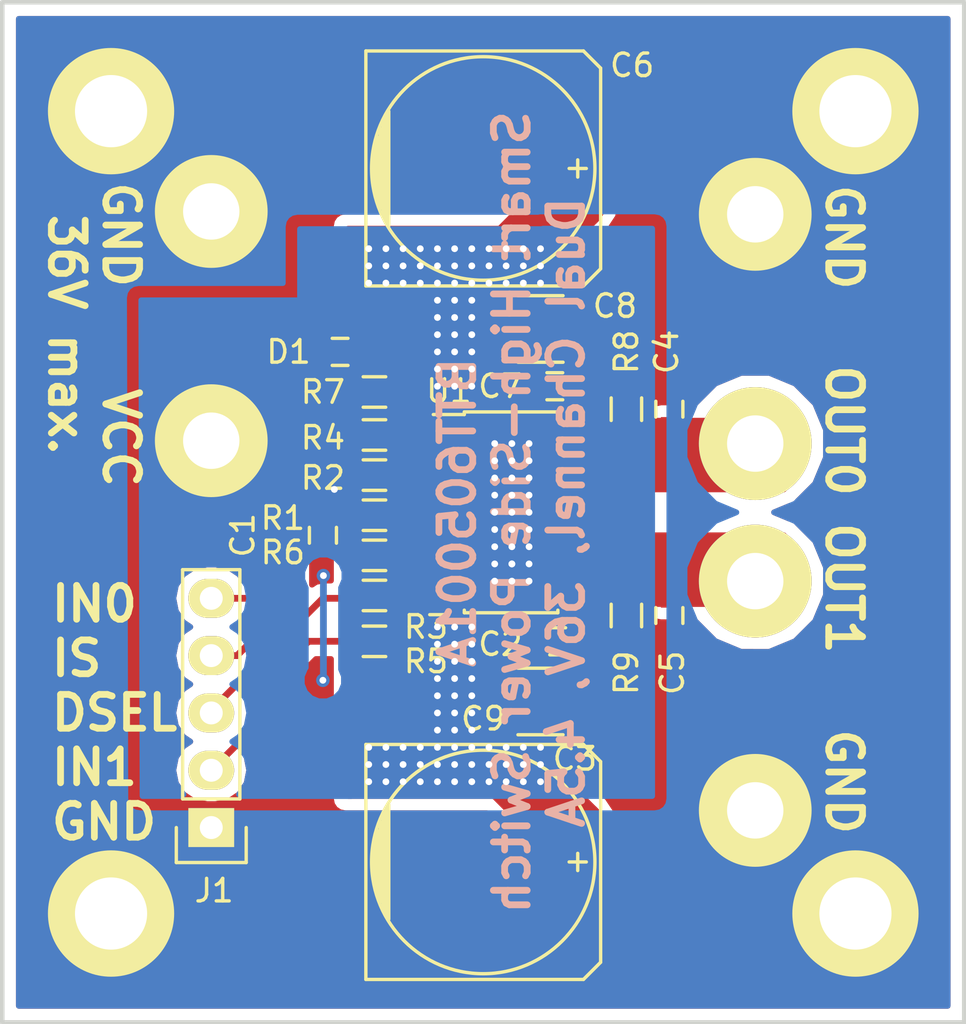
<source format=kicad_pcb>
(kicad_pcb (version 20170123) (host pcbnew "(2017-08-08 revision 53204e097)-makepkg")

  (general
    (thickness 1.6)
    (drawings 9)
    (tracks 222)
    (zones 0)
    (modules 28)
    (nets 16)
  )

  (page A4)
  (layers
    (0 F.Cu signal)
    (31 B.Cu signal)
    (32 B.Adhes user)
    (33 F.Adhes user)
    (34 B.Paste user)
    (35 F.Paste user)
    (36 B.SilkS user)
    (37 F.SilkS user)
    (38 B.Mask user)
    (39 F.Mask user)
    (40 Dwgs.User user)
    (41 Cmts.User user hide)
    (42 Eco1.User user)
    (43 Eco2.User user hide)
    (44 Edge.Cuts user)
    (45 Margin user)
    (46 B.CrtYd user hide)
    (47 F.CrtYd user)
    (48 B.Fab user)
    (49 F.Fab user hide)
  )

  (setup
    (last_trace_width 3)
    (user_trace_width 1)
    (user_trace_width 2)
    (user_trace_width 3)
    (trace_clearance 0)
    (zone_clearance 0.508)
    (zone_45_only no)
    (trace_min 0.1)
    (segment_width 0.2)
    (edge_width 0.15)
    (via_size 0.6)
    (via_drill 0.3)
    (via_min_size 0.6)
    (via_min_drill 0.3)
    (uvia_size 0.3)
    (uvia_drill 0.1)
    (uvias_allowed no)
    (uvia_min_size 0.2)
    (uvia_min_drill 0.1)
    (pcb_text_width 0.3)
    (pcb_text_size 1.5 1.5)
    (mod_edge_width 0.15)
    (mod_text_size 1 1)
    (mod_text_width 0.15)
    (pad_size 1.524 1.524)
    (pad_drill 0.762)
    (pad_to_mask_clearance 0.2)
    (aux_axis_origin 0 0)
    (visible_elements 7FFFFFFF)
    (pcbplotparams
      (layerselection 0x00030_ffffffff)
      (usegerberextensions false)
      (excludeedgelayer true)
      (linewidth 0.100000)
      (plotframeref false)
      (viasonmask false)
      (mode 1)
      (useauxorigin false)
      (hpglpennumber 1)
      (hpglpenspeed 20)
      (hpglpendiameter 15)
      (psnegative false)
      (psa4output false)
      (plotreference true)
      (plotvalue true)
      (plotinvisibletext false)
      (padsonsilk false)
      (subtractmaskfromsilk false)
      (outputformat 1)
      (mirror false)
      (drillshape 1)
      (scaleselection 1)
      (outputdirectory ""))
  )

  (net 0 "")
  (net 1 /IS)
  (net 2 GND)
  (net 3 VCC)
  (net 4 /OUT0)
  (net 5 /OUT1)
  (net 6 "Net-(D1-Pad2)")
  (net 7 "Net-(R1-Pad1)")
  (net 8 "Net-(R2-Pad1)")
  (net 9 "Net-(R3-Pad1)")
  (net 10 /DSEL)
  (net 11 /IN0)
  (net 12 "Net-(R4-Pad1)")
  (net 13 "Net-(R5-Pad1)")
  (net 14 /IN1)
  (net 15 "Net-(R7-Pad2)")

  (net_class Default "This is the default net class."
    (clearance 0)
    (trace_width 0.3)
    (via_dia 0.6)
    (via_drill 0.3)
    (uvia_dia 0.3)
    (uvia_drill 0.1)
    (diff_pair_gap 0.3)
    (diff_pair_width 0.3)
    (add_net /DSEL)
    (add_net /IN0)
    (add_net /IN1)
    (add_net /IS)
    (add_net /OUT0)
    (add_net /OUT1)
    (add_net GND)
    (add_net "Net-(D1-Pad2)")
    (add_net "Net-(R1-Pad1)")
    (add_net "Net-(R2-Pad1)")
    (add_net "Net-(R3-Pad1)")
    (add_net "Net-(R4-Pad1)")
    (add_net "Net-(R5-Pad1)")
    (add_net "Net-(R7-Pad2)")
    (add_net VCC)
  )

  (module Capacitors_SMD:C_0603 (layer F.Cu) (tedit 5415D631) (tstamp 59FE2A8E)
    (at 142.24 89.408)
    (descr "Capacitor SMD 0603, reflow soldering, AVX (see smccp.pdf)")
    (tags "capacitor 0603")
    (path /59F1DDC3)
    (attr smd)
    (fp_text reference D1 (at -2.286 0) (layer F.SilkS)
      (effects (font (size 1 1) (thickness 0.15)))
    )
    (fp_text value BAS21 (at 0 1.9) (layer F.Fab)
      (effects (font (size 1 1) (thickness 0.15)))
    )
    (fp_line (start 0.35 0.6) (end -0.35 0.6) (layer F.SilkS) (width 0.15))
    (fp_line (start -0.35 -0.6) (end 0.35 -0.6) (layer F.SilkS) (width 0.15))
    (fp_line (start 1.45 -0.75) (end 1.45 0.75) (layer F.CrtYd) (width 0.05))
    (fp_line (start -1.45 -0.75) (end -1.45 0.75) (layer F.CrtYd) (width 0.05))
    (fp_line (start -1.45 0.75) (end 1.45 0.75) (layer F.CrtYd) (width 0.05))
    (fp_line (start -1.45 -0.75) (end 1.45 -0.75) (layer F.CrtYd) (width 0.05))
    (pad 2 smd rect (at 0.75 0) (size 0.8 0.75) (layers F.Cu F.Paste F.Mask)
      (net 6 "Net-(D1-Pad2)"))
    (pad 1 smd rect (at -0.75 0) (size 0.8 0.75) (layers F.Cu F.Paste F.Mask)
      (net 2 GND))
    (model Capacitors_SMD.3dshapes/C_0603.wrl
      (at (xyz 0 0 0))
      (scale (xyz 1 1 1))
      (rotate (xyz 0 0 0))
    )
  )

  (module Capacitors_SMD:C_0603 (layer F.Cu) (tedit 5415D631) (tstamp 59FE2A39)
    (at 141.478 97.536 270)
    (descr "Capacitor SMD 0603, reflow soldering, AVX (see smccp.pdf)")
    (tags "capacitor 0603")
    (path /59F1DC15)
    (attr smd)
    (fp_text reference C1 (at 0 3.556 270) (layer F.SilkS)
      (effects (font (size 1 1) (thickness 0.15)))
    )
    (fp_text value 100p (at 0 1.9 270) (layer F.Fab)
      (effects (font (size 1 1) (thickness 0.15)))
    )
    (fp_line (start -1.45 -0.75) (end 1.45 -0.75) (layer F.CrtYd) (width 0.05))
    (fp_line (start -1.45 0.75) (end 1.45 0.75) (layer F.CrtYd) (width 0.05))
    (fp_line (start -1.45 -0.75) (end -1.45 0.75) (layer F.CrtYd) (width 0.05))
    (fp_line (start 1.45 -0.75) (end 1.45 0.75) (layer F.CrtYd) (width 0.05))
    (fp_line (start -0.35 -0.6) (end 0.35 -0.6) (layer F.SilkS) (width 0.15))
    (fp_line (start 0.35 0.6) (end -0.35 0.6) (layer F.SilkS) (width 0.15))
    (pad 1 smd rect (at -0.75 0 270) (size 0.8 0.75) (layers F.Cu F.Paste F.Mask)
      (net 1 /IS))
    (pad 2 smd rect (at 0.75 0 270) (size 0.8 0.75) (layers F.Cu F.Paste F.Mask)
      (net 2 GND))
    (model Capacitors_SMD.3dshapes/C_0603.wrl
      (at (xyz 0 0 0))
      (scale (xyz 1 1 1))
      (rotate (xyz 0 0 0))
    )
  )

  (module Capacitors_SMD:C_0603 (layer F.Cu) (tedit 5415D631) (tstamp 59FE2A45)
    (at 151.892 102.235)
    (descr "Capacitor SMD 0603, reflow soldering, AVX (see smccp.pdf)")
    (tags "capacitor 0603")
    (path /59F2031A)
    (attr smd)
    (fp_text reference C2 (at -2.54 0.127) (layer F.SilkS)
      (effects (font (size 1 1) (thickness 0.15)))
    )
    (fp_text value 100n (at 0 1.9) (layer F.Fab)
      (effects (font (size 1 1) (thickness 0.15)))
    )
    (fp_line (start -1.45 -0.75) (end 1.45 -0.75) (layer F.CrtYd) (width 0.05))
    (fp_line (start -1.45 0.75) (end 1.45 0.75) (layer F.CrtYd) (width 0.05))
    (fp_line (start -1.45 -0.75) (end -1.45 0.75) (layer F.CrtYd) (width 0.05))
    (fp_line (start 1.45 -0.75) (end 1.45 0.75) (layer F.CrtYd) (width 0.05))
    (fp_line (start -0.35 -0.6) (end 0.35 -0.6) (layer F.SilkS) (width 0.15))
    (fp_line (start 0.35 0.6) (end -0.35 0.6) (layer F.SilkS) (width 0.15))
    (pad 1 smd rect (at -0.75 0) (size 0.8 0.75) (layers F.Cu F.Paste F.Mask)
      (net 3 VCC))
    (pad 2 smd rect (at 0.75 0) (size 0.8 0.75) (layers F.Cu F.Paste F.Mask)
      (net 2 GND))
    (model Capacitors_SMD.3dshapes/C_0603.wrl
      (at (xyz 0 0 0))
      (scale (xyz 1 1 1))
      (rotate (xyz 0 0 0))
    )
  )

  (module Capacitors_SMD:C_1210 (layer F.Cu) (tedit 5415D85D) (tstamp 59FE2A51)
    (at 151.13 104.902)
    (descr "Capacitor SMD 1210, reflow soldering, AVX (see smccp.pdf)")
    (tags "capacitor 1210")
    (path /59F2049E)
    (attr smd)
    (fp_text reference C3 (at 1.524 2.54) (layer F.SilkS)
      (effects (font (size 1 1) (thickness 0.15)))
    )
    (fp_text value 10u (at 0 2.7) (layer F.Fab)
      (effects (font (size 1 1) (thickness 0.15)))
    )
    (fp_line (start -2.3 -1.6) (end 2.3 -1.6) (layer F.CrtYd) (width 0.05))
    (fp_line (start -2.3 1.6) (end 2.3 1.6) (layer F.CrtYd) (width 0.05))
    (fp_line (start -2.3 -1.6) (end -2.3 1.6) (layer F.CrtYd) (width 0.05))
    (fp_line (start 2.3 -1.6) (end 2.3 1.6) (layer F.CrtYd) (width 0.05))
    (fp_line (start 1 -1.475) (end -1 -1.475) (layer F.SilkS) (width 0.15))
    (fp_line (start -1 1.475) (end 1 1.475) (layer F.SilkS) (width 0.15))
    (pad 1 smd rect (at -1.5 0) (size 1 2.5) (layers F.Cu F.Paste F.Mask)
      (net 3 VCC))
    (pad 2 smd rect (at 1.5 0) (size 1 2.5) (layers F.Cu F.Paste F.Mask)
      (net 2 GND))
    (model Capacitors_SMD.3dshapes/C_1210.wrl
      (at (xyz 0 0 0))
      (scale (xyz 1 1 1))
      (rotate (xyz 0 0 0))
    )
  )

  (module Capacitors_SMD:C_0603 (layer F.Cu) (tedit 5415D631) (tstamp 59FE2A5D)
    (at 156.845 91.948 90)
    (descr "Capacitor SMD 0603, reflow soldering, AVX (see smccp.pdf)")
    (tags "capacitor 0603")
    (path /59F1DD50)
    (attr smd)
    (fp_text reference C4 (at 2.54 -0.127 90) (layer F.SilkS)
      (effects (font (size 1 1) (thickness 0.15)))
    )
    (fp_text value 10n (at 0 1.9 90) (layer F.Fab)
      (effects (font (size 1 1) (thickness 0.15)))
    )
    (fp_line (start -1.45 -0.75) (end 1.45 -0.75) (layer F.CrtYd) (width 0.05))
    (fp_line (start -1.45 0.75) (end 1.45 0.75) (layer F.CrtYd) (width 0.05))
    (fp_line (start -1.45 -0.75) (end -1.45 0.75) (layer F.CrtYd) (width 0.05))
    (fp_line (start 1.45 -0.75) (end 1.45 0.75) (layer F.CrtYd) (width 0.05))
    (fp_line (start -0.35 -0.6) (end 0.35 -0.6) (layer F.SilkS) (width 0.15))
    (fp_line (start 0.35 0.6) (end -0.35 0.6) (layer F.SilkS) (width 0.15))
    (pad 1 smd rect (at -0.75 0 90) (size 0.8 0.75) (layers F.Cu F.Paste F.Mask)
      (net 4 /OUT0))
    (pad 2 smd rect (at 0.75 0 90) (size 0.8 0.75) (layers F.Cu F.Paste F.Mask)
      (net 2 GND))
    (model Capacitors_SMD.3dshapes/C_0603.wrl
      (at (xyz 0 0 0))
      (scale (xyz 1 1 1))
      (rotate (xyz 0 0 0))
    )
  )

  (module Capacitors_SMD:C_0603 (layer F.Cu) (tedit 5415D631) (tstamp 59FE2A69)
    (at 156.845 101.092 270)
    (descr "Capacitor SMD 0603, reflow soldering, AVX (see smccp.pdf)")
    (tags "capacitor 0603")
    (path /59F1DC72)
    (attr smd)
    (fp_text reference C5 (at 2.54 -0.127 270) (layer F.SilkS)
      (effects (font (size 1 1) (thickness 0.15)))
    )
    (fp_text value 10n (at 0 1.9 270) (layer F.Fab)
      (effects (font (size 1 1) (thickness 0.15)))
    )
    (fp_line (start 0.35 0.6) (end -0.35 0.6) (layer F.SilkS) (width 0.15))
    (fp_line (start -0.35 -0.6) (end 0.35 -0.6) (layer F.SilkS) (width 0.15))
    (fp_line (start 1.45 -0.75) (end 1.45 0.75) (layer F.CrtYd) (width 0.05))
    (fp_line (start -1.45 -0.75) (end -1.45 0.75) (layer F.CrtYd) (width 0.05))
    (fp_line (start -1.45 0.75) (end 1.45 0.75) (layer F.CrtYd) (width 0.05))
    (fp_line (start -1.45 -0.75) (end 1.45 -0.75) (layer F.CrtYd) (width 0.05))
    (pad 2 smd rect (at 0.75 0 270) (size 0.8 0.75) (layers F.Cu F.Paste F.Mask)
      (net 2 GND))
    (pad 1 smd rect (at -0.75 0 270) (size 0.8 0.75) (layers F.Cu F.Paste F.Mask)
      (net 5 /OUT1))
    (model Capacitors_SMD.3dshapes/C_0603.wrl
      (at (xyz 0 0 0))
      (scale (xyz 1 1 1))
      (rotate (xyz 0 0 0))
    )
  )

  (module Resistors_SMD:R_0603 (layer F.Cu) (tedit 5415CC62) (tstamp 59FE2A9A)
    (at 143.764 96.647 180)
    (descr "Resistor SMD 0603, reflow soldering, Vishay (see dcrcw.pdf)")
    (tags "resistor 0603")
    (path /59F1D6F5)
    (attr smd)
    (fp_text reference R1 (at 4.064 -0.127 180) (layer F.SilkS)
      (effects (font (size 1 1) (thickness 0.15)))
    )
    (fp_text value 4k7 (at 0 1.9 180) (layer F.Fab)
      (effects (font (size 1 1) (thickness 0.15)))
    )
    (fp_line (start -0.5 -0.675) (end 0.5 -0.675) (layer F.SilkS) (width 0.15))
    (fp_line (start 0.5 0.675) (end -0.5 0.675) (layer F.SilkS) (width 0.15))
    (fp_line (start 1.3 -0.8) (end 1.3 0.8) (layer F.CrtYd) (width 0.05))
    (fp_line (start -1.3 -0.8) (end -1.3 0.8) (layer F.CrtYd) (width 0.05))
    (fp_line (start -1.3 0.8) (end 1.3 0.8) (layer F.CrtYd) (width 0.05))
    (fp_line (start -1.3 -0.8) (end 1.3 -0.8) (layer F.CrtYd) (width 0.05))
    (pad 2 smd rect (at 0.75 0 180) (size 0.5 0.9) (layers F.Cu F.Paste F.Mask)
      (net 1 /IS))
    (pad 1 smd rect (at -0.75 0 180) (size 0.5 0.9) (layers F.Cu F.Paste F.Mask)
      (net 7 "Net-(R1-Pad1)"))
    (model Resistors_SMD.3dshapes/R_0603.wrl
      (at (xyz 0 0 0))
      (scale (xyz 1 1 1))
      (rotate (xyz 0 0 0))
    )
  )

  (module Resistors_SMD:R_0603 (layer F.Cu) (tedit 5415CC62) (tstamp 59FE2AA6)
    (at 143.764 94.869 180)
    (descr "Resistor SMD 0603, reflow soldering, Vishay (see dcrcw.pdf)")
    (tags "resistor 0603")
    (path /59F1D5DA)
    (attr smd)
    (fp_text reference R2 (at 2.286 -0.127 180) (layer F.SilkS)
      (effects (font (size 1 1) (thickness 0.15)))
    )
    (fp_text value 10k (at 0 1.9 180) (layer F.Fab)
      (effects (font (size 1 1) (thickness 0.15)))
    )
    (fp_line (start -1.3 -0.8) (end 1.3 -0.8) (layer F.CrtYd) (width 0.05))
    (fp_line (start -1.3 0.8) (end 1.3 0.8) (layer F.CrtYd) (width 0.05))
    (fp_line (start -1.3 -0.8) (end -1.3 0.8) (layer F.CrtYd) (width 0.05))
    (fp_line (start 1.3 -0.8) (end 1.3 0.8) (layer F.CrtYd) (width 0.05))
    (fp_line (start 0.5 0.675) (end -0.5 0.675) (layer F.SilkS) (width 0.15))
    (fp_line (start -0.5 -0.675) (end 0.5 -0.675) (layer F.SilkS) (width 0.15))
    (pad 1 smd rect (at -0.75 0 180) (size 0.5 0.9) (layers F.Cu F.Paste F.Mask)
      (net 8 "Net-(R2-Pad1)"))
    (pad 2 smd rect (at 0.75 0 180) (size 0.5 0.9) (layers F.Cu F.Paste F.Mask)
      (net 3 VCC))
    (model Resistors_SMD.3dshapes/R_0603.wrl
      (at (xyz 0 0 0))
      (scale (xyz 1 1 1))
      (rotate (xyz 0 0 0))
    )
  )

  (module Resistors_SMD:R_0603 (layer F.Cu) (tedit 5415CC62) (tstamp 59FE2AB2)
    (at 143.764 100.203 180)
    (descr "Resistor SMD 0603, reflow soldering, Vishay (see dcrcw.pdf)")
    (tags "resistor 0603")
    (path /59F1D60B)
    (attr smd)
    (fp_text reference R3 (at -2.286 -1.397 180) (layer F.SilkS)
      (effects (font (size 1 1) (thickness 0.15)))
    )
    (fp_text value 10k (at 0 1.9 180) (layer F.Fab)
      (effects (font (size 1 1) (thickness 0.15)))
    )
    (fp_line (start -1.3 -0.8) (end 1.3 -0.8) (layer F.CrtYd) (width 0.05))
    (fp_line (start -1.3 0.8) (end 1.3 0.8) (layer F.CrtYd) (width 0.05))
    (fp_line (start -1.3 -0.8) (end -1.3 0.8) (layer F.CrtYd) (width 0.05))
    (fp_line (start 1.3 -0.8) (end 1.3 0.8) (layer F.CrtYd) (width 0.05))
    (fp_line (start 0.5 0.675) (end -0.5 0.675) (layer F.SilkS) (width 0.15))
    (fp_line (start -0.5 -0.675) (end 0.5 -0.675) (layer F.SilkS) (width 0.15))
    (pad 1 smd rect (at -0.75 0 180) (size 0.5 0.9) (layers F.Cu F.Paste F.Mask)
      (net 9 "Net-(R3-Pad1)"))
    (pad 2 smd rect (at 0.75 0 180) (size 0.5 0.9) (layers F.Cu F.Paste F.Mask)
      (net 10 /DSEL))
    (model Resistors_SMD.3dshapes/R_0603.wrl
      (at (xyz 0 0 0))
      (scale (xyz 1 1 1))
      (rotate (xyz 0 0 0))
    )
  )

  (module Resistors_SMD:R_0603 (layer F.Cu) (tedit 5415CC62) (tstamp 59FE2ABE)
    (at 143.764 93.091 180)
    (descr "Resistor SMD 0603, reflow soldering, Vishay (see dcrcw.pdf)")
    (tags "resistor 0603")
    (path /59F1D629)
    (attr smd)
    (fp_text reference R4 (at 2.286 -0.127 180) (layer F.SilkS)
      (effects (font (size 1 1) (thickness 0.15)))
    )
    (fp_text value 10k (at 0 1.9 180) (layer F.Fab)
      (effects (font (size 1 1) (thickness 0.15)))
    )
    (fp_line (start -0.5 -0.675) (end 0.5 -0.675) (layer F.SilkS) (width 0.15))
    (fp_line (start 0.5 0.675) (end -0.5 0.675) (layer F.SilkS) (width 0.15))
    (fp_line (start 1.3 -0.8) (end 1.3 0.8) (layer F.CrtYd) (width 0.05))
    (fp_line (start -1.3 -0.8) (end -1.3 0.8) (layer F.CrtYd) (width 0.05))
    (fp_line (start -1.3 0.8) (end 1.3 0.8) (layer F.CrtYd) (width 0.05))
    (fp_line (start -1.3 -0.8) (end 1.3 -0.8) (layer F.CrtYd) (width 0.05))
    (pad 2 smd rect (at 0.75 0 180) (size 0.5 0.9) (layers F.Cu F.Paste F.Mask)
      (net 11 /IN0))
    (pad 1 smd rect (at -0.75 0 180) (size 0.5 0.9) (layers F.Cu F.Paste F.Mask)
      (net 12 "Net-(R4-Pad1)"))
    (model Resistors_SMD.3dshapes/R_0603.wrl
      (at (xyz 0 0 0))
      (scale (xyz 1 1 1))
      (rotate (xyz 0 0 0))
    )
  )

  (module Resistors_SMD:R_0603 (layer F.Cu) (tedit 5415CC62) (tstamp 59FE2ACA)
    (at 143.764 102.235 180)
    (descr "Resistor SMD 0603, reflow soldering, Vishay (see dcrcw.pdf)")
    (tags "resistor 0603")
    (path /59F1D64B)
    (attr smd)
    (fp_text reference R5 (at -2.286 -0.889 180) (layer F.SilkS)
      (effects (font (size 1 1) (thickness 0.15)))
    )
    (fp_text value 10k (at 0 1.9 180) (layer F.Fab)
      (effects (font (size 1 1) (thickness 0.15)))
    )
    (fp_line (start -1.3 -0.8) (end 1.3 -0.8) (layer F.CrtYd) (width 0.05))
    (fp_line (start -1.3 0.8) (end 1.3 0.8) (layer F.CrtYd) (width 0.05))
    (fp_line (start -1.3 -0.8) (end -1.3 0.8) (layer F.CrtYd) (width 0.05))
    (fp_line (start 1.3 -0.8) (end 1.3 0.8) (layer F.CrtYd) (width 0.05))
    (fp_line (start 0.5 0.675) (end -0.5 0.675) (layer F.SilkS) (width 0.15))
    (fp_line (start -0.5 -0.675) (end 0.5 -0.675) (layer F.SilkS) (width 0.15))
    (pad 1 smd rect (at -0.75 0 180) (size 0.5 0.9) (layers F.Cu F.Paste F.Mask)
      (net 13 "Net-(R5-Pad1)"))
    (pad 2 smd rect (at 0.75 0 180) (size 0.5 0.9) (layers F.Cu F.Paste F.Mask)
      (net 14 /IN1))
    (model Resistors_SMD.3dshapes/R_0603.wrl
      (at (xyz 0 0 0))
      (scale (xyz 1 1 1))
      (rotate (xyz 0 0 0))
    )
  )

  (module Resistors_SMD:R_0603 (layer F.Cu) (tedit 5415CC62) (tstamp 59FE2AD6)
    (at 143.764 98.425)
    (descr "Resistor SMD 0603, reflow soldering, Vishay (see dcrcw.pdf)")
    (tags "resistor 0603")
    (path /59F1DA01)
    (attr smd)
    (fp_text reference R6 (at -4.064 -0.127) (layer F.SilkS)
      (effects (font (size 1 1) (thickness 0.15)))
    )
    (fp_text value 1k2 (at 0 1.9) (layer F.Fab)
      (effects (font (size 1 1) (thickness 0.15)))
    )
    (fp_line (start -1.3 -0.8) (end 1.3 -0.8) (layer F.CrtYd) (width 0.05))
    (fp_line (start -1.3 0.8) (end 1.3 0.8) (layer F.CrtYd) (width 0.05))
    (fp_line (start -1.3 -0.8) (end -1.3 0.8) (layer F.CrtYd) (width 0.05))
    (fp_line (start 1.3 -0.8) (end 1.3 0.8) (layer F.CrtYd) (width 0.05))
    (fp_line (start 0.5 0.675) (end -0.5 0.675) (layer F.SilkS) (width 0.15))
    (fp_line (start -0.5 -0.675) (end 0.5 -0.675) (layer F.SilkS) (width 0.15))
    (pad 1 smd rect (at -0.75 0) (size 0.5 0.9) (layers F.Cu F.Paste F.Mask)
      (net 2 GND))
    (pad 2 smd rect (at 0.75 0) (size 0.5 0.9) (layers F.Cu F.Paste F.Mask)
      (net 7 "Net-(R1-Pad1)"))
    (model Resistors_SMD.3dshapes/R_0603.wrl
      (at (xyz 0 0 0))
      (scale (xyz 1 1 1))
      (rotate (xyz 0 0 0))
    )
  )

  (module Resistors_SMD:R_0603 (layer F.Cu) (tedit 5415CC62) (tstamp 59FE2AE2)
    (at 143.764 91.186)
    (descr "Resistor SMD 0603, reflow soldering, Vishay (see dcrcw.pdf)")
    (tags "resistor 0603")
    (path /59F1DA41)
    (attr smd)
    (fp_text reference R7 (at -2.286 0) (layer F.SilkS)
      (effects (font (size 1 1) (thickness 0.15)))
    )
    (fp_text value 27R (at 0 1.9) (layer F.Fab)
      (effects (font (size 1 1) (thickness 0.15)))
    )
    (fp_line (start -0.5 -0.675) (end 0.5 -0.675) (layer F.SilkS) (width 0.15))
    (fp_line (start 0.5 0.675) (end -0.5 0.675) (layer F.SilkS) (width 0.15))
    (fp_line (start 1.3 -0.8) (end 1.3 0.8) (layer F.CrtYd) (width 0.05))
    (fp_line (start -1.3 -0.8) (end -1.3 0.8) (layer F.CrtYd) (width 0.05))
    (fp_line (start -1.3 0.8) (end 1.3 0.8) (layer F.CrtYd) (width 0.05))
    (fp_line (start -1.3 -0.8) (end 1.3 -0.8) (layer F.CrtYd) (width 0.05))
    (pad 2 smd rect (at 0.75 0) (size 0.5 0.9) (layers F.Cu F.Paste F.Mask)
      (net 15 "Net-(R7-Pad2)"))
    (pad 1 smd rect (at -0.75 0) (size 0.5 0.9) (layers F.Cu F.Paste F.Mask)
      (net 6 "Net-(D1-Pad2)"))
    (model Resistors_SMD.3dshapes/R_0603.wrl
      (at (xyz 0 0 0))
      (scale (xyz 1 1 1))
      (rotate (xyz 0 0 0))
    )
  )

  (module Resistors_SMD:R_0603 (layer F.Cu) (tedit 5415CC62) (tstamp 59FE2AEE)
    (at 154.94 91.948 270)
    (descr "Resistor SMD 0603, reflow soldering, Vishay (see dcrcw.pdf)")
    (tags "resistor 0603")
    (path /59F1DAD9)
    (attr smd)
    (fp_text reference R8 (at -2.54 0 270) (layer F.SilkS)
      (effects (font (size 1 1) (thickness 0.15)))
    )
    (fp_text value 47k (at 0 1.9 270) (layer F.Fab)
      (effects (font (size 1 1) (thickness 0.15)))
    )
    (fp_line (start -1.3 -0.8) (end 1.3 -0.8) (layer F.CrtYd) (width 0.05))
    (fp_line (start -1.3 0.8) (end 1.3 0.8) (layer F.CrtYd) (width 0.05))
    (fp_line (start -1.3 -0.8) (end -1.3 0.8) (layer F.CrtYd) (width 0.05))
    (fp_line (start 1.3 -0.8) (end 1.3 0.8) (layer F.CrtYd) (width 0.05))
    (fp_line (start 0.5 0.675) (end -0.5 0.675) (layer F.SilkS) (width 0.15))
    (fp_line (start -0.5 -0.675) (end 0.5 -0.675) (layer F.SilkS) (width 0.15))
    (pad 1 smd rect (at -0.75 0 270) (size 0.5 0.9) (layers F.Cu F.Paste F.Mask)
      (net 2 GND))
    (pad 2 smd rect (at 0.75 0 270) (size 0.5 0.9) (layers F.Cu F.Paste F.Mask)
      (net 4 /OUT0))
    (model Resistors_SMD.3dshapes/R_0603.wrl
      (at (xyz 0 0 0))
      (scale (xyz 1 1 1))
      (rotate (xyz 0 0 0))
    )
  )

  (module Resistors_SMD:R_0603 (layer F.Cu) (tedit 5415CC62) (tstamp 59FE2AFA)
    (at 154.94 101.092 90)
    (descr "Resistor SMD 0603, reflow soldering, Vishay (see dcrcw.pdf)")
    (tags "resistor 0603")
    (path /59F1DB21)
    (attr smd)
    (fp_text reference R9 (at -2.54 0 90) (layer F.SilkS)
      (effects (font (size 1 1) (thickness 0.15)))
    )
    (fp_text value 47k (at 0 1.9 90) (layer F.Fab)
      (effects (font (size 1 1) (thickness 0.15)))
    )
    (fp_line (start -0.5 -0.675) (end 0.5 -0.675) (layer F.SilkS) (width 0.15))
    (fp_line (start 0.5 0.675) (end -0.5 0.675) (layer F.SilkS) (width 0.15))
    (fp_line (start 1.3 -0.8) (end 1.3 0.8) (layer F.CrtYd) (width 0.05))
    (fp_line (start -1.3 -0.8) (end -1.3 0.8) (layer F.CrtYd) (width 0.05))
    (fp_line (start -1.3 0.8) (end 1.3 0.8) (layer F.CrtYd) (width 0.05))
    (fp_line (start -1.3 -0.8) (end 1.3 -0.8) (layer F.CrtYd) (width 0.05))
    (pad 2 smd rect (at 0.75 0 90) (size 0.5 0.9) (layers F.Cu F.Paste F.Mask)
      (net 5 /OUT1))
    (pad 1 smd rect (at -0.75 0 90) (size 0.5 0.9) (layers F.Cu F.Paste F.Mask)
      (net 2 GND))
    (model Resistors_SMD.3dshapes/R_0603.wrl
      (at (xyz 0 0 0))
      (scale (xyz 1 1 1))
      (rotate (xyz 0 0 0))
    )
  )

  (module Housings_SOIC:PG-DSO-14-47_3.9x8.7mm_Pitch1.27mm (layer F.Cu) (tedit 59F1D0D7) (tstamp 59FE2B18)
    (at 149.825001 96.52)
    (descr "14-Lead Plastic Small Outline (SL) - Narrow, 3.90 mm Body [SOIC] (see Microchip Packaging Specification 00000049BS.pdf)")
    (tags PG-DSO-14-47)
    (path /59F1D5B2)
    (attr smd)
    (fp_text reference U1 (at -2.759001 -5.375) (layer F.SilkS)
      (effects (font (size 1 1) (thickness 0.15)))
    )
    (fp_text value BTT6050 (at 0 5.375) (layer F.Fab)
      (effects (font (size 1 1) (thickness 0.15)))
    )
    (fp_line (start -3.7 -4.65) (end -3.7 4.65) (layer F.CrtYd) (width 0.05))
    (fp_line (start 3.7 -4.65) (end 3.7 4.65) (layer F.CrtYd) (width 0.05))
    (fp_line (start -3.7 -4.65) (end 3.7 -4.65) (layer F.CrtYd) (width 0.05))
    (fp_line (start -3.7 4.65) (end 3.7 4.65) (layer F.CrtYd) (width 0.05))
    (fp_line (start -2.075 -4.45) (end -2.075 -4.335) (layer F.SilkS) (width 0.15))
    (fp_line (start 2.075 -4.45) (end 2.075 -4.335) (layer F.SilkS) (width 0.15))
    (fp_line (start 2.075 4.45) (end 2.075 4.335) (layer F.SilkS) (width 0.15))
    (fp_line (start -2.075 4.45) (end -2.075 4.335) (layer F.SilkS) (width 0.15))
    (fp_line (start -2.075 -4.45) (end 2.075 -4.45) (layer F.SilkS) (width 0.15))
    (fp_line (start -2.075 4.45) (end 2.075 4.45) (layer F.SilkS) (width 0.15))
    (fp_line (start -2.075 -4.335) (end -3.45 -4.335) (layer F.SilkS) (width 0.15))
    (pad 1 smd rect (at -2.7 -3.81) (size 1.5 0.6) (layers F.Cu F.Paste F.Mask)
      (net 15 "Net-(R7-Pad2)"))
    (pad 2 smd rect (at -2.7 -2.54) (size 1.5 0.6) (layers F.Cu F.Paste F.Mask)
      (net 12 "Net-(R4-Pad1)"))
    (pad 3 smd rect (at -2.7 -1.27) (size 1.5 0.6) (layers F.Cu F.Paste F.Mask)
      (net 8 "Net-(R2-Pad1)"))
    (pad 4 smd rect (at -2.7 0) (size 1.5 0.6) (layers F.Cu F.Paste F.Mask)
      (net 7 "Net-(R1-Pad1)"))
    (pad 5 smd rect (at -2.7 1.27) (size 1.5 0.6) (layers F.Cu F.Paste F.Mask)
      (net 9 "Net-(R3-Pad1)"))
    (pad 6 smd rect (at -2.7 2.54) (size 1.5 0.6) (layers F.Cu F.Paste F.Mask)
      (net 13 "Net-(R5-Pad1)"))
    (pad 7 smd rect (at -2.7 3.81) (size 1.5 0.6) (layers F.Cu F.Paste F.Mask))
    (pad 8 smd rect (at 2.7 3.81) (size 1.5 0.6) (layers F.Cu F.Paste F.Mask)
      (net 5 /OUT1))
    (pad 9 smd rect (at 2.7 2.54) (size 1.5 0.6) (layers F.Cu F.Paste F.Mask)
      (net 5 /OUT1))
    (pad 10 smd rect (at 2.7 1.27) (size 1.5 0.6) (layers F.Cu F.Paste F.Mask)
      (net 5 /OUT1))
    (pad 11 smd rect (at 2.7 0) (size 1.5 0.6) (layers F.Cu F.Paste F.Mask))
    (pad 12 smd rect (at 2.7 -1.27) (size 1.5 0.6) (layers F.Cu F.Paste F.Mask)
      (net 4 /OUT0))
    (pad 13 smd rect (at 2.7 -2.54) (size 1.5 0.6) (layers F.Cu F.Paste F.Mask)
      (net 4 /OUT0))
    (pad 14 smd rect (at 2.7 -3.81) (size 1.5 0.6) (layers F.Cu F.Paste F.Mask)
      (net 4 /OUT0))
    (pad 15 smd rect (at 0 0) (size 2.65 6.4) (layers F.Cu F.Paste F.Mask)
      (net 3 VCC))
    (model Housings_SOIC.3dshapes/SOIC-14_3.9x8.7mm_Pitch1.27mm.wrl
      (at (xyz 0 0 0))
      (scale (xyz 1 1 1))
      (rotate (xyz 0 0 0))
    )
  )

  (module Capacitors_SMD:C_0603 (layer F.Cu) (tedit 5415D631) (tstamp 59FE30D1)
    (at 151.765 90.932)
    (descr "Capacitor SMD 0603, reflow soldering, AVX (see smccp.pdf)")
    (tags "capacitor 0603")
    (path /59F20B7C)
    (attr smd)
    (fp_text reference C7 (at -2.413 0) (layer F.SilkS)
      (effects (font (size 1 1) (thickness 0.15)))
    )
    (fp_text value 100n (at 0 1.9) (layer F.Fab)
      (effects (font (size 1 1) (thickness 0.15)))
    )
    (fp_line (start -1.45 -0.75) (end 1.45 -0.75) (layer F.CrtYd) (width 0.05))
    (fp_line (start -1.45 0.75) (end 1.45 0.75) (layer F.CrtYd) (width 0.05))
    (fp_line (start -1.45 -0.75) (end -1.45 0.75) (layer F.CrtYd) (width 0.05))
    (fp_line (start 1.45 -0.75) (end 1.45 0.75) (layer F.CrtYd) (width 0.05))
    (fp_line (start -0.35 -0.6) (end 0.35 -0.6) (layer F.SilkS) (width 0.15))
    (fp_line (start 0.35 0.6) (end -0.35 0.6) (layer F.SilkS) (width 0.15))
    (pad 1 smd rect (at -0.75 0) (size 0.8 0.75) (layers F.Cu F.Paste F.Mask)
      (net 3 VCC))
    (pad 2 smd rect (at 0.75 0) (size 0.8 0.75) (layers F.Cu F.Paste F.Mask)
      (net 2 GND))
    (model Capacitors_SMD.3dshapes/C_0603.wrl
      (at (xyz 0 0 0))
      (scale (xyz 1 1 1))
      (rotate (xyz 0 0 0))
    )
  )

  (module Capacitors_SMD:C_1210 (layer F.Cu) (tedit 5415D85D) (tstamp 59FE30DD)
    (at 151.13 88.392)
    (descr "Capacitor SMD 1210, reflow soldering, AVX (see smccp.pdf)")
    (tags "capacitor 1210")
    (path /59F20B1B)
    (attr smd)
    (fp_text reference C8 (at 3.302 -1.016) (layer F.SilkS)
      (effects (font (size 1 1) (thickness 0.15)))
    )
    (fp_text value 10u (at 0 2.7) (layer F.Fab)
      (effects (font (size 1 1) (thickness 0.15)))
    )
    (fp_line (start -2.3 -1.6) (end 2.3 -1.6) (layer F.CrtYd) (width 0.05))
    (fp_line (start -2.3 1.6) (end 2.3 1.6) (layer F.CrtYd) (width 0.05))
    (fp_line (start -2.3 -1.6) (end -2.3 1.6) (layer F.CrtYd) (width 0.05))
    (fp_line (start 2.3 -1.6) (end 2.3 1.6) (layer F.CrtYd) (width 0.05))
    (fp_line (start 1 -1.475) (end -1 -1.475) (layer F.SilkS) (width 0.15))
    (fp_line (start -1 1.475) (end 1 1.475) (layer F.SilkS) (width 0.15))
    (pad 1 smd rect (at -1.5 0) (size 1 2.5) (layers F.Cu F.Paste F.Mask)
      (net 3 VCC))
    (pad 2 smd rect (at 1.5 0) (size 1 2.5) (layers F.Cu F.Paste F.Mask)
      (net 2 GND))
    (model Capacitors_SMD.3dshapes/C_1210.wrl
      (at (xyz 0 0 0))
      (scale (xyz 1 1 1))
      (rotate (xyz 0 0 0))
    )
  )

  (module Wire_Connections_Bridges:WireConnection_2.50mmDrill (layer F.Cu) (tedit 59F30B47) (tstamp 5A02CD65)
    (at 136.525 93.345 90)
    (descr "WireConnection with 2.5mm drill")
    (path /59F21C56)
    (fp_text reference J2 (at 5.207 0.127 90) (layer F.SilkS) hide
      (effects (font (size 1 1) (thickness 0.15)))
    )
    (fp_text value CONN_01X02 (at 5.08 3.81 90) (layer F.Fab)
      (effects (font (size 1 1) (thickness 0.15)))
    )
    (fp_line (start -2.1336 -5.1816) (end -2.1336 -3.6322) (layer Cmts.User) (width 0.381))
    (fp_line (start -2.6162 -4.1148) (end -2.1336 -5.1816) (layer Cmts.User) (width 0.381))
    (fp_line (start -3.0988 -5.2578) (end -2.6162 -4.1148) (layer Cmts.User) (width 0.381))
    (fp_line (start -3.0988 -3.6322) (end -3.0988 -5.2578) (layer Cmts.User) (width 0.381))
    (fp_line (start -1.1176 -4.7244) (end -1.4478 -4.4704) (layer Cmts.User) (width 0.381))
    (fp_line (start -0.8382 -4.6482) (end -1.1176 -4.7244) (layer Cmts.User) (width 0.381))
    (fp_line (start -0.6604 -4.445) (end -0.8382 -4.6482) (layer Cmts.User) (width 0.381))
    (fp_line (start -0.6604 -3.9878) (end -0.6604 -4.445) (layer Cmts.User) (width 0.381))
    (fp_line (start -0.762 -3.7846) (end -0.6604 -3.9878) (layer Cmts.User) (width 0.381))
    (fp_line (start -1.0414 -3.6576) (end -0.762 -3.7846) (layer Cmts.User) (width 0.381))
    (fp_line (start -1.27 -3.7084) (end -1.0414 -3.6576) (layer Cmts.User) (width 0.381))
    (fp_line (start -1.4732 -3.9116) (end -1.27 -3.7084) (layer Cmts.User) (width 0.381))
    (fp_line (start -1.4732 -4.3942) (end -1.4732 -3.9116) (layer Cmts.User) (width 0.381))
    (fp_line (start 0.5842 -4.6736) (end 0.5588 -4.6736) (layer Cmts.User) (width 0.381))
    (fp_line (start 0.3048 -3.6576) (end 0.5842 -4.6736) (layer Cmts.User) (width 0.381))
    (fp_line (start -0.1524 -4.7244) (end 0.3048 -3.6576) (layer Cmts.User) (width 0.381))
    (fp_line (start 1.8034 -4.318) (end 1.1684 -4.2418) (layer Cmts.User) (width 0.381))
    (fp_line (start 1.8034 -4.5212) (end 1.8034 -4.318) (layer Cmts.User) (width 0.381))
    (fp_line (start 1.651 -4.6482) (end 1.8034 -4.5212) (layer Cmts.User) (width 0.381))
    (fp_line (start 1.3716 -4.6736) (end 1.651 -4.6482) (layer Cmts.User) (width 0.381))
    (fp_line (start 1.1684 -4.572) (end 1.3716 -4.6736) (layer Cmts.User) (width 0.381))
    (fp_line (start 1.0414 -4.318) (end 1.1684 -4.572) (layer Cmts.User) (width 0.381))
    (fp_line (start 1.1176 -3.9116) (end 1.0414 -4.318) (layer Cmts.User) (width 0.381))
    (fp_line (start 1.27 -3.7592) (end 1.1176 -3.9116) (layer Cmts.User) (width 0.381))
    (fp_line (start 1.524 -3.6576) (end 1.27 -3.7592) (layer Cmts.User) (width 0.381))
    (fp_line (start 1.778 -3.7592) (end 1.524 -3.6576) (layer Cmts.User) (width 0.381))
    (fp_line (start 4.0894 -4.445) (end 3.6322 -4.445) (layer Cmts.User) (width 0.381))
    (fp_line (start 4.3688 -4.3942) (end 4.0894 -4.445) (layer Cmts.User) (width 0.381))
    (fp_line (start 4.4958 -4.5974) (end 4.3688 -4.3942) (layer Cmts.User) (width 0.381))
    (fp_line (start 4.4958 -4.8768) (end 4.4958 -4.5974) (layer Cmts.User) (width 0.381))
    (fp_line (start 4.3688 -5.1308) (end 4.4958 -4.8768) (layer Cmts.User) (width 0.381))
    (fp_line (start 4.0894 -5.2578) (end 4.3688 -5.1308) (layer Cmts.User) (width 0.381))
    (fp_line (start 3.6322 -5.2578) (end 4.0894 -5.2578) (layer Cmts.User) (width 0.381))
    (fp_line (start 3.6068 -3.6576) (end 3.6322 -5.2578) (layer Cmts.User) (width 0.381))
    (fp_line (start 5.7912 -4.4704) (end 5.842 -3.6322) (layer Cmts.User) (width 0.381))
    (fp_line (start 5.6388 -4.6482) (end 5.7912 -4.4704) (layer Cmts.User) (width 0.381))
    (fp_line (start 5.3848 -4.7244) (end 5.6388 -4.6482) (layer Cmts.User) (width 0.381))
    (fp_line (start 5.1054 -4.572) (end 5.3848 -4.7244) (layer Cmts.User) (width 0.381))
    (fp_line (start 5.1308 -4.191) (end 5.842 -4.2418) (layer Cmts.User) (width 0.381))
    (fp_line (start 5.1054 -3.9116) (end 5.1308 -4.191) (layer Cmts.User) (width 0.381))
    (fp_line (start 5.2578 -3.7084) (end 5.1054 -3.9116) (layer Cmts.User) (width 0.381))
    (fp_line (start 5.715 -3.6576) (end 5.2578 -3.7084) (layer Cmts.User) (width 0.381))
    (fp_line (start 7.2136 -5.207) (end 7.2136 -3.6576) (layer Cmts.User) (width 0.381))
    (fp_line (start 6.6802 -4.6736) (end 7.0104 -4.7244) (layer Cmts.User) (width 0.381))
    (fp_line (start 6.477 -4.4704) (end 6.6802 -4.6736) (layer Cmts.User) (width 0.381))
    (fp_line (start 6.477 -4.1656) (end 6.477 -4.4704) (layer Cmts.User) (width 0.381))
    (fp_line (start 6.604 -3.8354) (end 6.477 -4.1656) (layer Cmts.User) (width 0.381))
    (fp_line (start 6.8072 -3.7592) (end 6.604 -3.8354) (layer Cmts.User) (width 0.381))
    (fp_line (start 7.1628 -3.6576) (end 6.8072 -3.7592) (layer Cmts.User) (width 0.381))
    (fp_line (start 8.2804 -3.6576) (end 7.8994 -3.7084) (layer Cmts.User) (width 0.381))
    (fp_line (start 8.4836 -3.8354) (end 8.2804 -3.6576) (layer Cmts.User) (width 0.381))
    (fp_line (start 8.4328 -4.1148) (end 8.4836 -3.8354) (layer Cmts.User) (width 0.381))
    (fp_line (start 8.1788 -4.191) (end 8.4328 -4.1148) (layer Cmts.User) (width 0.381))
    (fp_line (start 7.8994 -4.2672) (end 8.1788 -4.191) (layer Cmts.User) (width 0.381))
    (fp_line (start 7.874 -4.445) (end 7.8994 -4.2672) (layer Cmts.User) (width 0.381))
    (fp_line (start 8.0264 -4.6736) (end 7.874 -4.445) (layer Cmts.User) (width 0.381))
    (fp_line (start 8.3058 -4.6736) (end 8.0264 -4.6736) (layer Cmts.User) (width 0.381))
    (fp_line (start 8.4328 -4.5974) (end 8.3058 -4.6736) (layer Cmts.User) (width 0.381))
    (fp_line (start 10.3886 -5.08) (end 10.3378 -3.7084) (layer Cmts.User) (width 0.381))
    (fp_line (start 10.541 -5.207) (end 10.3886 -5.08) (layer Cmts.User) (width 0.381))
    (fp_line (start 10.7188 -5.207) (end 10.541 -5.207) (layer Cmts.User) (width 0.381))
    (fp_line (start 9.9822 -4.6736) (end 10.668 -4.7244) (layer Cmts.User) (width 0.381))
    (fp_line (start 11.2014 -4.7244) (end 11.2014 -3.6576) (layer Cmts.User) (width 0.381))
    (fp_line (start 11.6078 -4.6736) (end 11.6332 -4.6736) (layer Cmts.User) (width 0.381))
    (fp_line (start 11.2268 -4.5212) (end 11.6078 -4.6736) (layer Cmts.User) (width 0.381))
    (fp_line (start 12.7762 -4.2672) (end 12.1412 -4.2418) (layer Cmts.User) (width 0.381))
    (fp_line (start 12.7508 -4.572) (end 12.7762 -4.2672) (layer Cmts.User) (width 0.381))
    (fp_line (start 12.573 -4.6482) (end 12.7508 -4.572) (layer Cmts.User) (width 0.381))
    (fp_line (start 12.2936 -4.6482) (end 12.573 -4.6482) (layer Cmts.User) (width 0.381))
    (fp_line (start 12.1412 -4.572) (end 12.2936 -4.6482) (layer Cmts.User) (width 0.381))
    (fp_line (start 12.0396 -4.2418) (end 12.1412 -4.572) (layer Cmts.User) (width 0.381))
    (fp_line (start 12.0396 -3.8608) (end 12.0396 -4.2418) (layer Cmts.User) (width 0.381))
    (fp_line (start 12.2174 -3.7084) (end 12.0396 -3.8608) (layer Cmts.User) (width 0.381))
    (fp_line (start 12.4206 -3.7084) (end 12.2174 -3.7084) (layer Cmts.User) (width 0.381))
    (fp_line (start 12.7508 -3.7084) (end 12.4206 -3.7084) (layer Cmts.User) (width 0.381))
    (fp_line (start 13.4366 -4.191) (end 13.4366 -4.2418) (layer Cmts.User) (width 0.381))
    (fp_line (start 14.0462 -4.318) (end 13.4366 -4.191) (layer Cmts.User) (width 0.381))
    (fp_line (start 13.9954 -4.6736) (end 14.0462 -4.318) (layer Cmts.User) (width 0.381))
    (fp_line (start 13.7668 -4.7244) (end 13.9954 -4.6736) (layer Cmts.User) (width 0.381))
    (fp_line (start 13.462 -4.6482) (end 13.7668 -4.7244) (layer Cmts.User) (width 0.381))
    (fp_line (start 13.3604 -4.572) (end 13.462 -4.6482) (layer Cmts.User) (width 0.381))
    (fp_line (start 13.3604 -4.1148) (end 13.3604 -4.572) (layer Cmts.User) (width 0.381))
    (fp_line (start 13.4366 -3.7592) (end 13.3604 -4.1148) (layer Cmts.User) (width 0.381))
    (fp_line (start 13.6398 -3.6576) (end 13.4366 -3.7592) (layer Cmts.User) (width 0.381))
    (fp_line (start 13.8684 -3.6576) (end 13.6398 -3.6576) (layer Cmts.User) (width 0.381))
    (fp_line (start 14.0716 -3.7592) (end 13.8684 -3.6576) (layer Cmts.User) (width 0.381))
    (pad 2 thru_hole circle (at 10.16 0 90) (size 5.00126 5.00126) (drill 2.49936) (layers *.Cu *.Mask F.SilkS)
      (net 2 GND))
    (pad 1 thru_hole circle (at 0 0 90) (size 5.00126 5.00126) (drill 2.49936) (layers *.Cu *.Mask F.SilkS)
      (net 3 VCC))
  )

  (module Wire_Connections_Bridges:WireConnection_2.50mmDrill (layer F.Cu) (tedit 59F30B30) (tstamp 5A02CDC1)
    (at 160.655 93.472 90)
    (descr "WireConnection with 2.5mm drill")
    (path /59F21AB0)
    (fp_text reference J3 (at 4.8514 0.2032 90) (layer F.SilkS) hide
      (effects (font (size 1 1) (thickness 0.15)))
    )
    (fp_text value CONN_01X02 (at 5.08 3.81 90) (layer F.Fab)
      (effects (font (size 1 1) (thickness 0.15)))
    )
    (fp_line (start 14.0716 -3.7592) (end 13.8684 -3.6576) (layer Cmts.User) (width 0.381))
    (fp_line (start 13.8684 -3.6576) (end 13.6398 -3.6576) (layer Cmts.User) (width 0.381))
    (fp_line (start 13.6398 -3.6576) (end 13.4366 -3.7592) (layer Cmts.User) (width 0.381))
    (fp_line (start 13.4366 -3.7592) (end 13.3604 -4.1148) (layer Cmts.User) (width 0.381))
    (fp_line (start 13.3604 -4.1148) (end 13.3604 -4.572) (layer Cmts.User) (width 0.381))
    (fp_line (start 13.3604 -4.572) (end 13.462 -4.6482) (layer Cmts.User) (width 0.381))
    (fp_line (start 13.462 -4.6482) (end 13.7668 -4.7244) (layer Cmts.User) (width 0.381))
    (fp_line (start 13.7668 -4.7244) (end 13.9954 -4.6736) (layer Cmts.User) (width 0.381))
    (fp_line (start 13.9954 -4.6736) (end 14.0462 -4.318) (layer Cmts.User) (width 0.381))
    (fp_line (start 14.0462 -4.318) (end 13.4366 -4.191) (layer Cmts.User) (width 0.381))
    (fp_line (start 13.4366 -4.191) (end 13.4366 -4.2418) (layer Cmts.User) (width 0.381))
    (fp_line (start 12.7508 -3.7084) (end 12.4206 -3.7084) (layer Cmts.User) (width 0.381))
    (fp_line (start 12.4206 -3.7084) (end 12.2174 -3.7084) (layer Cmts.User) (width 0.381))
    (fp_line (start 12.2174 -3.7084) (end 12.0396 -3.8608) (layer Cmts.User) (width 0.381))
    (fp_line (start 12.0396 -3.8608) (end 12.0396 -4.2418) (layer Cmts.User) (width 0.381))
    (fp_line (start 12.0396 -4.2418) (end 12.1412 -4.572) (layer Cmts.User) (width 0.381))
    (fp_line (start 12.1412 -4.572) (end 12.2936 -4.6482) (layer Cmts.User) (width 0.381))
    (fp_line (start 12.2936 -4.6482) (end 12.573 -4.6482) (layer Cmts.User) (width 0.381))
    (fp_line (start 12.573 -4.6482) (end 12.7508 -4.572) (layer Cmts.User) (width 0.381))
    (fp_line (start 12.7508 -4.572) (end 12.7762 -4.2672) (layer Cmts.User) (width 0.381))
    (fp_line (start 12.7762 -4.2672) (end 12.1412 -4.2418) (layer Cmts.User) (width 0.381))
    (fp_line (start 11.2268 -4.5212) (end 11.6078 -4.6736) (layer Cmts.User) (width 0.381))
    (fp_line (start 11.6078 -4.6736) (end 11.6332 -4.6736) (layer Cmts.User) (width 0.381))
    (fp_line (start 11.2014 -4.7244) (end 11.2014 -3.6576) (layer Cmts.User) (width 0.381))
    (fp_line (start 9.9822 -4.6736) (end 10.668 -4.7244) (layer Cmts.User) (width 0.381))
    (fp_line (start 10.7188 -5.207) (end 10.541 -5.207) (layer Cmts.User) (width 0.381))
    (fp_line (start 10.541 -5.207) (end 10.3886 -5.08) (layer Cmts.User) (width 0.381))
    (fp_line (start 10.3886 -5.08) (end 10.3378 -3.7084) (layer Cmts.User) (width 0.381))
    (fp_line (start 8.4328 -4.5974) (end 8.3058 -4.6736) (layer Cmts.User) (width 0.381))
    (fp_line (start 8.3058 -4.6736) (end 8.0264 -4.6736) (layer Cmts.User) (width 0.381))
    (fp_line (start 8.0264 -4.6736) (end 7.874 -4.445) (layer Cmts.User) (width 0.381))
    (fp_line (start 7.874 -4.445) (end 7.8994 -4.2672) (layer Cmts.User) (width 0.381))
    (fp_line (start 7.8994 -4.2672) (end 8.1788 -4.191) (layer Cmts.User) (width 0.381))
    (fp_line (start 8.1788 -4.191) (end 8.4328 -4.1148) (layer Cmts.User) (width 0.381))
    (fp_line (start 8.4328 -4.1148) (end 8.4836 -3.8354) (layer Cmts.User) (width 0.381))
    (fp_line (start 8.4836 -3.8354) (end 8.2804 -3.6576) (layer Cmts.User) (width 0.381))
    (fp_line (start 8.2804 -3.6576) (end 7.8994 -3.7084) (layer Cmts.User) (width 0.381))
    (fp_line (start 7.1628 -3.6576) (end 6.8072 -3.7592) (layer Cmts.User) (width 0.381))
    (fp_line (start 6.8072 -3.7592) (end 6.604 -3.8354) (layer Cmts.User) (width 0.381))
    (fp_line (start 6.604 -3.8354) (end 6.477 -4.1656) (layer Cmts.User) (width 0.381))
    (fp_line (start 6.477 -4.1656) (end 6.477 -4.4704) (layer Cmts.User) (width 0.381))
    (fp_line (start 6.477 -4.4704) (end 6.6802 -4.6736) (layer Cmts.User) (width 0.381))
    (fp_line (start 6.6802 -4.6736) (end 7.0104 -4.7244) (layer Cmts.User) (width 0.381))
    (fp_line (start 7.2136 -5.207) (end 7.2136 -3.6576) (layer Cmts.User) (width 0.381))
    (fp_line (start 5.715 -3.6576) (end 5.2578 -3.7084) (layer Cmts.User) (width 0.381))
    (fp_line (start 5.2578 -3.7084) (end 5.1054 -3.9116) (layer Cmts.User) (width 0.381))
    (fp_line (start 5.1054 -3.9116) (end 5.1308 -4.191) (layer Cmts.User) (width 0.381))
    (fp_line (start 5.1308 -4.191) (end 5.842 -4.2418) (layer Cmts.User) (width 0.381))
    (fp_line (start 5.1054 -4.572) (end 5.3848 -4.7244) (layer Cmts.User) (width 0.381))
    (fp_line (start 5.3848 -4.7244) (end 5.6388 -4.6482) (layer Cmts.User) (width 0.381))
    (fp_line (start 5.6388 -4.6482) (end 5.7912 -4.4704) (layer Cmts.User) (width 0.381))
    (fp_line (start 5.7912 -4.4704) (end 5.842 -3.6322) (layer Cmts.User) (width 0.381))
    (fp_line (start 3.6068 -3.6576) (end 3.6322 -5.2578) (layer Cmts.User) (width 0.381))
    (fp_line (start 3.6322 -5.2578) (end 4.0894 -5.2578) (layer Cmts.User) (width 0.381))
    (fp_line (start 4.0894 -5.2578) (end 4.3688 -5.1308) (layer Cmts.User) (width 0.381))
    (fp_line (start 4.3688 -5.1308) (end 4.4958 -4.8768) (layer Cmts.User) (width 0.381))
    (fp_line (start 4.4958 -4.8768) (end 4.4958 -4.5974) (layer Cmts.User) (width 0.381))
    (fp_line (start 4.4958 -4.5974) (end 4.3688 -4.3942) (layer Cmts.User) (width 0.381))
    (fp_line (start 4.3688 -4.3942) (end 4.0894 -4.445) (layer Cmts.User) (width 0.381))
    (fp_line (start 4.0894 -4.445) (end 3.6322 -4.445) (layer Cmts.User) (width 0.381))
    (fp_line (start 1.778 -3.7592) (end 1.524 -3.6576) (layer Cmts.User) (width 0.381))
    (fp_line (start 1.524 -3.6576) (end 1.27 -3.7592) (layer Cmts.User) (width 0.381))
    (fp_line (start 1.27 -3.7592) (end 1.1176 -3.9116) (layer Cmts.User) (width 0.381))
    (fp_line (start 1.1176 -3.9116) (end 1.0414 -4.318) (layer Cmts.User) (width 0.381))
    (fp_line (start 1.0414 -4.318) (end 1.1684 -4.572) (layer Cmts.User) (width 0.381))
    (fp_line (start 1.1684 -4.572) (end 1.3716 -4.6736) (layer Cmts.User) (width 0.381))
    (fp_line (start 1.3716 -4.6736) (end 1.651 -4.6482) (layer Cmts.User) (width 0.381))
    (fp_line (start 1.651 -4.6482) (end 1.8034 -4.5212) (layer Cmts.User) (width 0.381))
    (fp_line (start 1.8034 -4.5212) (end 1.8034 -4.318) (layer Cmts.User) (width 0.381))
    (fp_line (start 1.8034 -4.318) (end 1.1684 -4.2418) (layer Cmts.User) (width 0.381))
    (fp_line (start -0.1524 -4.7244) (end 0.3048 -3.6576) (layer Cmts.User) (width 0.381))
    (fp_line (start 0.3048 -3.6576) (end 0.5842 -4.6736) (layer Cmts.User) (width 0.381))
    (fp_line (start 0.5842 -4.6736) (end 0.5588 -4.6736) (layer Cmts.User) (width 0.381))
    (fp_line (start -1.4732 -4.3942) (end -1.4732 -3.9116) (layer Cmts.User) (width 0.381))
    (fp_line (start -1.4732 -3.9116) (end -1.27 -3.7084) (layer Cmts.User) (width 0.381))
    (fp_line (start -1.27 -3.7084) (end -1.0414 -3.6576) (layer Cmts.User) (width 0.381))
    (fp_line (start -1.0414 -3.6576) (end -0.762 -3.7846) (layer Cmts.User) (width 0.381))
    (fp_line (start -0.762 -3.7846) (end -0.6604 -3.9878) (layer Cmts.User) (width 0.381))
    (fp_line (start -0.6604 -3.9878) (end -0.6604 -4.445) (layer Cmts.User) (width 0.381))
    (fp_line (start -0.6604 -4.445) (end -0.8382 -4.6482) (layer Cmts.User) (width 0.381))
    (fp_line (start -0.8382 -4.6482) (end -1.1176 -4.7244) (layer Cmts.User) (width 0.381))
    (fp_line (start -1.1176 -4.7244) (end -1.4478 -4.4704) (layer Cmts.User) (width 0.381))
    (fp_line (start -3.0988 -3.6322) (end -3.0988 -5.2578) (layer Cmts.User) (width 0.381))
    (fp_line (start -3.0988 -5.2578) (end -2.6162 -4.1148) (layer Cmts.User) (width 0.381))
    (fp_line (start -2.6162 -4.1148) (end -2.1336 -5.1816) (layer Cmts.User) (width 0.381))
    (fp_line (start -2.1336 -5.1816) (end -2.1336 -3.6322) (layer Cmts.User) (width 0.381))
    (pad 1 thru_hole circle (at 0 0 90) (size 5.00126 5.00126) (drill 2.49936) (layers *.Cu *.Mask F.SilkS)
      (net 4 /OUT0))
    (pad 2 thru_hole circle (at 10.16 0 90) (size 5.00126 5.00126) (drill 2.49936) (layers *.Cu *.Mask F.SilkS)
      (net 2 GND))
  )

  (module Wire_Connections_Bridges:WireConnection_2.50mmDrill (layer F.Cu) (tedit 59F30B2C) (tstamp 5A02CE1D)
    (at 160.655 99.568 270)
    (descr "WireConnection with 2.5mm drill")
    (path /59F21E2B)
    (fp_text reference J4 (at 4.8514 0.2032 270) (layer F.SilkS) hide
      (effects (font (size 1 1) (thickness 0.15)))
    )
    (fp_text value CONN_01X02 (at 5.08 3.81 270) (layer F.Fab)
      (effects (font (size 1 1) (thickness 0.15)))
    )
    (fp_line (start 14.0716 -3.7592) (end 13.8684 -3.6576) (layer Cmts.User) (width 0.381))
    (fp_line (start 13.8684 -3.6576) (end 13.6398 -3.6576) (layer Cmts.User) (width 0.381))
    (fp_line (start 13.6398 -3.6576) (end 13.4366 -3.7592) (layer Cmts.User) (width 0.381))
    (fp_line (start 13.4366 -3.7592) (end 13.3604 -4.1148) (layer Cmts.User) (width 0.381))
    (fp_line (start 13.3604 -4.1148) (end 13.3604 -4.572) (layer Cmts.User) (width 0.381))
    (fp_line (start 13.3604 -4.572) (end 13.462 -4.6482) (layer Cmts.User) (width 0.381))
    (fp_line (start 13.462 -4.6482) (end 13.7668 -4.7244) (layer Cmts.User) (width 0.381))
    (fp_line (start 13.7668 -4.7244) (end 13.9954 -4.6736) (layer Cmts.User) (width 0.381))
    (fp_line (start 13.9954 -4.6736) (end 14.0462 -4.318) (layer Cmts.User) (width 0.381))
    (fp_line (start 14.0462 -4.318) (end 13.4366 -4.191) (layer Cmts.User) (width 0.381))
    (fp_line (start 13.4366 -4.191) (end 13.4366 -4.2418) (layer Cmts.User) (width 0.381))
    (fp_line (start 12.7508 -3.7084) (end 12.4206 -3.7084) (layer Cmts.User) (width 0.381))
    (fp_line (start 12.4206 -3.7084) (end 12.2174 -3.7084) (layer Cmts.User) (width 0.381))
    (fp_line (start 12.2174 -3.7084) (end 12.0396 -3.8608) (layer Cmts.User) (width 0.381))
    (fp_line (start 12.0396 -3.8608) (end 12.0396 -4.2418) (layer Cmts.User) (width 0.381))
    (fp_line (start 12.0396 -4.2418) (end 12.1412 -4.572) (layer Cmts.User) (width 0.381))
    (fp_line (start 12.1412 -4.572) (end 12.2936 -4.6482) (layer Cmts.User) (width 0.381))
    (fp_line (start 12.2936 -4.6482) (end 12.573 -4.6482) (layer Cmts.User) (width 0.381))
    (fp_line (start 12.573 -4.6482) (end 12.7508 -4.572) (layer Cmts.User) (width 0.381))
    (fp_line (start 12.7508 -4.572) (end 12.7762 -4.2672) (layer Cmts.User) (width 0.381))
    (fp_line (start 12.7762 -4.2672) (end 12.1412 -4.2418) (layer Cmts.User) (width 0.381))
    (fp_line (start 11.2268 -4.5212) (end 11.6078 -4.6736) (layer Cmts.User) (width 0.381))
    (fp_line (start 11.6078 -4.6736) (end 11.6332 -4.6736) (layer Cmts.User) (width 0.381))
    (fp_line (start 11.2014 -4.7244) (end 11.2014 -3.6576) (layer Cmts.User) (width 0.381))
    (fp_line (start 9.9822 -4.6736) (end 10.668 -4.7244) (layer Cmts.User) (width 0.381))
    (fp_line (start 10.7188 -5.207) (end 10.541 -5.207) (layer Cmts.User) (width 0.381))
    (fp_line (start 10.541 -5.207) (end 10.3886 -5.08) (layer Cmts.User) (width 0.381))
    (fp_line (start 10.3886 -5.08) (end 10.3378 -3.7084) (layer Cmts.User) (width 0.381))
    (fp_line (start 8.4328 -4.5974) (end 8.3058 -4.6736) (layer Cmts.User) (width 0.381))
    (fp_line (start 8.3058 -4.6736) (end 8.0264 -4.6736) (layer Cmts.User) (width 0.381))
    (fp_line (start 8.0264 -4.6736) (end 7.874 -4.445) (layer Cmts.User) (width 0.381))
    (fp_line (start 7.874 -4.445) (end 7.8994 -4.2672) (layer Cmts.User) (width 0.381))
    (fp_line (start 7.8994 -4.2672) (end 8.1788 -4.191) (layer Cmts.User) (width 0.381))
    (fp_line (start 8.1788 -4.191) (end 8.4328 -4.1148) (layer Cmts.User) (width 0.381))
    (fp_line (start 8.4328 -4.1148) (end 8.4836 -3.8354) (layer Cmts.User) (width 0.381))
    (fp_line (start 8.4836 -3.8354) (end 8.2804 -3.6576) (layer Cmts.User) (width 0.381))
    (fp_line (start 8.2804 -3.6576) (end 7.8994 -3.7084) (layer Cmts.User) (width 0.381))
    (fp_line (start 7.1628 -3.6576) (end 6.8072 -3.7592) (layer Cmts.User) (width 0.381))
    (fp_line (start 6.8072 -3.7592) (end 6.604 -3.8354) (layer Cmts.User) (width 0.381))
    (fp_line (start 6.604 -3.8354) (end 6.477 -4.1656) (layer Cmts.User) (width 0.381))
    (fp_line (start 6.477 -4.1656) (end 6.477 -4.4704) (layer Cmts.User) (width 0.381))
    (fp_line (start 6.477 -4.4704) (end 6.6802 -4.6736) (layer Cmts.User) (width 0.381))
    (fp_line (start 6.6802 -4.6736) (end 7.0104 -4.7244) (layer Cmts.User) (width 0.381))
    (fp_line (start 7.2136 -5.207) (end 7.2136 -3.6576) (layer Cmts.User) (width 0.381))
    (fp_line (start 5.715 -3.6576) (end 5.2578 -3.7084) (layer Cmts.User) (width 0.381))
    (fp_line (start 5.2578 -3.7084) (end 5.1054 -3.9116) (layer Cmts.User) (width 0.381))
    (fp_line (start 5.1054 -3.9116) (end 5.1308 -4.191) (layer Cmts.User) (width 0.381))
    (fp_line (start 5.1308 -4.191) (end 5.842 -4.2418) (layer Cmts.User) (width 0.381))
    (fp_line (start 5.1054 -4.572) (end 5.3848 -4.7244) (layer Cmts.User) (width 0.381))
    (fp_line (start 5.3848 -4.7244) (end 5.6388 -4.6482) (layer Cmts.User) (width 0.381))
    (fp_line (start 5.6388 -4.6482) (end 5.7912 -4.4704) (layer Cmts.User) (width 0.381))
    (fp_line (start 5.7912 -4.4704) (end 5.842 -3.6322) (layer Cmts.User) (width 0.381))
    (fp_line (start 3.6068 -3.6576) (end 3.6322 -5.2578) (layer Cmts.User) (width 0.381))
    (fp_line (start 3.6322 -5.2578) (end 4.0894 -5.2578) (layer Cmts.User) (width 0.381))
    (fp_line (start 4.0894 -5.2578) (end 4.3688 -5.1308) (layer Cmts.User) (width 0.381))
    (fp_line (start 4.3688 -5.1308) (end 4.4958 -4.8768) (layer Cmts.User) (width 0.381))
    (fp_line (start 4.4958 -4.8768) (end 4.4958 -4.5974) (layer Cmts.User) (width 0.381))
    (fp_line (start 4.4958 -4.5974) (end 4.3688 -4.3942) (layer Cmts.User) (width 0.381))
    (fp_line (start 4.3688 -4.3942) (end 4.0894 -4.445) (layer Cmts.User) (width 0.381))
    (fp_line (start 4.0894 -4.445) (end 3.6322 -4.445) (layer Cmts.User) (width 0.381))
    (fp_line (start 1.778 -3.7592) (end 1.524 -3.6576) (layer Cmts.User) (width 0.381))
    (fp_line (start 1.524 -3.6576) (end 1.27 -3.7592) (layer Cmts.User) (width 0.381))
    (fp_line (start 1.27 -3.7592) (end 1.1176 -3.9116) (layer Cmts.User) (width 0.381))
    (fp_line (start 1.1176 -3.9116) (end 1.0414 -4.318) (layer Cmts.User) (width 0.381))
    (fp_line (start 1.0414 -4.318) (end 1.1684 -4.572) (layer Cmts.User) (width 0.381))
    (fp_line (start 1.1684 -4.572) (end 1.3716 -4.6736) (layer Cmts.User) (width 0.381))
    (fp_line (start 1.3716 -4.6736) (end 1.651 -4.6482) (layer Cmts.User) (width 0.381))
    (fp_line (start 1.651 -4.6482) (end 1.8034 -4.5212) (layer Cmts.User) (width 0.381))
    (fp_line (start 1.8034 -4.5212) (end 1.8034 -4.318) (layer Cmts.User) (width 0.381))
    (fp_line (start 1.8034 -4.318) (end 1.1684 -4.2418) (layer Cmts.User) (width 0.381))
    (fp_line (start -0.1524 -4.7244) (end 0.3048 -3.6576) (layer Cmts.User) (width 0.381))
    (fp_line (start 0.3048 -3.6576) (end 0.5842 -4.6736) (layer Cmts.User) (width 0.381))
    (fp_line (start 0.5842 -4.6736) (end 0.5588 -4.6736) (layer Cmts.User) (width 0.381))
    (fp_line (start -1.4732 -4.3942) (end -1.4732 -3.9116) (layer Cmts.User) (width 0.381))
    (fp_line (start -1.4732 -3.9116) (end -1.27 -3.7084) (layer Cmts.User) (width 0.381))
    (fp_line (start -1.27 -3.7084) (end -1.0414 -3.6576) (layer Cmts.User) (width 0.381))
    (fp_line (start -1.0414 -3.6576) (end -0.762 -3.7846) (layer Cmts.User) (width 0.381))
    (fp_line (start -0.762 -3.7846) (end -0.6604 -3.9878) (layer Cmts.User) (width 0.381))
    (fp_line (start -0.6604 -3.9878) (end -0.6604 -4.445) (layer Cmts.User) (width 0.381))
    (fp_line (start -0.6604 -4.445) (end -0.8382 -4.6482) (layer Cmts.User) (width 0.381))
    (fp_line (start -0.8382 -4.6482) (end -1.1176 -4.7244) (layer Cmts.User) (width 0.381))
    (fp_line (start -1.1176 -4.7244) (end -1.4478 -4.4704) (layer Cmts.User) (width 0.381))
    (fp_line (start -3.0988 -3.6322) (end -3.0988 -5.2578) (layer Cmts.User) (width 0.381))
    (fp_line (start -3.0988 -5.2578) (end -2.6162 -4.1148) (layer Cmts.User) (width 0.381))
    (fp_line (start -2.6162 -4.1148) (end -2.1336 -5.1816) (layer Cmts.User) (width 0.381))
    (fp_line (start -2.1336 -5.1816) (end -2.1336 -3.6322) (layer Cmts.User) (width 0.381))
    (pad 1 thru_hole circle (at 0 0 270) (size 5.00126 5.00126) (drill 2.49936) (layers *.Cu *.Mask F.SilkS)
      (net 5 /OUT1))
    (pad 2 thru_hole circle (at 10.16 0 270) (size 5.00126 5.00126) (drill 2.49936) (layers *.Cu *.Mask F.SilkS)
      (net 2 GND))
  )

  (module Pin_Headers:Pin_Header_Straight_1x05 (layer F.Cu) (tedit 54EA0684) (tstamp 5A051CED)
    (at 136.525 110.49 180)
    (descr "Through hole pin header")
    (tags "pin header")
    (path /59F22755)
    (fp_text reference J1 (at -0.127 -2.794 180) (layer F.SilkS)
      (effects (font (size 1 1) (thickness 0.15)))
    )
    (fp_text value CONN_01X05 (at 0 -3.1 180) (layer F.Fab)
      (effects (font (size 1 1) (thickness 0.15)))
    )
    (fp_line (start -1.55 0) (end -1.55 -1.55) (layer F.SilkS) (width 0.15))
    (fp_line (start -1.55 -1.55) (end 1.55 -1.55) (layer F.SilkS) (width 0.15))
    (fp_line (start 1.55 -1.55) (end 1.55 0) (layer F.SilkS) (width 0.15))
    (fp_line (start -1.75 -1.75) (end -1.75 11.95) (layer F.CrtYd) (width 0.05))
    (fp_line (start 1.75 -1.75) (end 1.75 11.95) (layer F.CrtYd) (width 0.05))
    (fp_line (start -1.75 -1.75) (end 1.75 -1.75) (layer F.CrtYd) (width 0.05))
    (fp_line (start -1.75 11.95) (end 1.75 11.95) (layer F.CrtYd) (width 0.05))
    (fp_line (start 1.27 1.27) (end 1.27 11.43) (layer F.SilkS) (width 0.15))
    (fp_line (start 1.27 11.43) (end -1.27 11.43) (layer F.SilkS) (width 0.15))
    (fp_line (start -1.27 11.43) (end -1.27 1.27) (layer F.SilkS) (width 0.15))
    (fp_line (start 1.27 1.27) (end -1.27 1.27) (layer F.SilkS) (width 0.15))
    (pad 1 thru_hole rect (at 0 0 180) (size 2.032 1.7272) (drill 1.016) (layers *.Cu *.Mask F.SilkS)
      (net 2 GND))
    (pad 2 thru_hole oval (at 0 2.54 180) (size 2.032 1.7272) (drill 1.016) (layers *.Cu *.Mask F.SilkS)
      (net 14 /IN1))
    (pad 3 thru_hole oval (at 0 5.08 180) (size 2.032 1.7272) (drill 1.016) (layers *.Cu *.Mask F.SilkS)
      (net 10 /DSEL))
    (pad 4 thru_hole oval (at 0 7.62 180) (size 2.032 1.7272) (drill 1.016) (layers *.Cu *.Mask F.SilkS)
      (net 1 /IS))
    (pad 5 thru_hole oval (at 0 10.16 180) (size 2.032 1.7272) (drill 1.016) (layers *.Cu *.Mask F.SilkS)
      (net 11 /IN0))
    (model Pin_Headers.3dshapes/Pin_Header_Straight_1x05.wrl
      (at (xyz 0 -0.2 0))
      (scale (xyz 1 1 1))
      (rotate (xyz 0 0 90))
    )
  )

  (module Mounting_Holes:MountingHole_3.2mm_M3_DIN965_Pad (layer F.Cu) (tedit 59F30B33) (tstamp 59F56F5F)
    (at 165.1 78.74)
    (descr "Mounting Hole 3.2mm, M3, DIN965")
    (tags "mounting hole 3.2mm m3 din965")
    (path /59F30992)
    (fp_text reference J5 (at 0 -3.8) (layer F.SilkS) hide
      (effects (font (size 1 1) (thickness 0.15)))
    )
    (fp_text value CONN_01X01 (at 0 3.8) (layer F.Fab)
      (effects (font (size 1 1) (thickness 0.15)))
    )
    (fp_circle (center 0 0) (end 3.05 0) (layer F.CrtYd) (width 0.05))
    (fp_circle (center 0 0) (end 2.8 0) (layer Cmts.User) (width 0.15))
    (pad 1 thru_hole circle (at 0 0) (size 5.6 5.6) (drill 3.2) (layers *.Cu *.Mask F.SilkS)
      (net 2 GND))
  )

  (module Mounting_Holes:MountingHole_3.2mm_M3_DIN965_Pad (layer F.Cu) (tedit 59F30B40) (tstamp 59F56F66)
    (at 132.08 114.3)
    (descr "Mounting Hole 3.2mm, M3, DIN965")
    (tags "mounting hole 3.2mm m3 din965")
    (path /59F30BB2)
    (fp_text reference J6 (at 0 -3.8) (layer F.SilkS) hide
      (effects (font (size 1 1) (thickness 0.15)))
    )
    (fp_text value CONN_01X01 (at 0 3.8) (layer F.Fab)
      (effects (font (size 1 1) (thickness 0.15)))
    )
    (fp_circle (center 0 0) (end 2.8 0) (layer Cmts.User) (width 0.15))
    (fp_circle (center 0 0) (end 3.05 0) (layer F.CrtYd) (width 0.05))
    (pad 1 thru_hole circle (at 0 0) (size 5.6 5.6) (drill 3.2) (layers *.Cu *.Mask F.SilkS)
      (net 2 GND))
  )

  (module Mounting_Holes:MountingHole_3.2mm_M3_DIN965_Pad (layer F.Cu) (tedit 59F30B43) (tstamp 59F56F6D)
    (at 132.08 78.74)
    (descr "Mounting Hole 3.2mm, M3, DIN965")
    (tags "mounting hole 3.2mm m3 din965")
    (path /59F30C05)
    (fp_text reference J7 (at 0 -3.8) (layer F.SilkS) hide
      (effects (font (size 1 1) (thickness 0.15)))
    )
    (fp_text value CONN_01X01 (at 0 3.8) (layer F.Fab)
      (effects (font (size 1 1) (thickness 0.15)))
    )
    (fp_circle (center 0 0) (end 3.05 0) (layer F.CrtYd) (width 0.05))
    (fp_circle (center 0 0) (end 2.8 0) (layer Cmts.User) (width 0.15))
    (pad 1 thru_hole circle (at 0 0) (size 5.6 5.6) (drill 3.2) (layers *.Cu *.Mask F.SilkS)
      (net 2 GND))
  )

  (module Mounting_Holes:MountingHole_3.2mm_M3_DIN965_Pad (layer F.Cu) (tedit 59F30B28) (tstamp 59F56F74)
    (at 165.1 114.3)
    (descr "Mounting Hole 3.2mm, M3, DIN965")
    (tags "mounting hole 3.2mm m3 din965")
    (path /59F30F40)
    (fp_text reference J8 (at 0 -3.8) (layer F.SilkS) hide
      (effects (font (size 1 1) (thickness 0.15)))
    )
    (fp_text value CONN_01X01 (at 0 3.8) (layer F.Fab)
      (effects (font (size 1 1) (thickness 0.15)))
    )
    (fp_circle (center 0 0) (end 2.8 0) (layer Cmts.User) (width 0.15))
    (fp_circle (center 0 0) (end 3.05 0) (layer F.CrtYd) (width 0.05))
    (pad 1 thru_hole circle (at 0 0) (size 5.6 5.6) (drill 3.2) (layers *.Cu *.Mask F.SilkS)
      (net 2 GND))
  )

  (module Capacitors_SMD:c_elec_10x10.5 (layer F.Cu) (tedit 557297E9) (tstamp 59F5776D)
    (at 148.59 81.28)
    (descr "SMT capacitor, aluminium electrolytic, 10x10.5")
    (path /59F20643)
    (attr smd)
    (fp_text reference C6 (at 6.604 -4.572) (layer F.SilkS)
      (effects (font (size 1 1) (thickness 0.15)))
    )
    (fp_text value 100u (at 0 6.35) (layer F.Fab)
      (effects (font (size 1 1) (thickness 0.15)))
    )
    (fp_line (start -6.35 -5.6) (end 6.35 -5.6) (layer F.CrtYd) (width 0.05))
    (fp_line (start 6.35 -5.6) (end 6.35 5.6) (layer F.CrtYd) (width 0.05))
    (fp_line (start 6.35 5.6) (end -6.35 5.6) (layer F.CrtYd) (width 0.05))
    (fp_line (start -6.35 5.6) (end -6.35 -5.6) (layer F.CrtYd) (width 0.05))
    (fp_line (start -4.826 1.016) (end -4.826 -1.016) (layer F.SilkS) (width 0.15))
    (fp_line (start -4.699 -1.397) (end -4.699 1.524) (layer F.SilkS) (width 0.15))
    (fp_line (start -4.572 1.778) (end -4.572 -1.778) (layer F.SilkS) (width 0.15))
    (fp_line (start -4.445 -2.159) (end -4.445 2.159) (layer F.SilkS) (width 0.15))
    (fp_line (start -4.318 2.413) (end -4.318 -2.413) (layer F.SilkS) (width 0.15))
    (fp_line (start -4.191 -2.54) (end -4.191 2.54) (layer F.SilkS) (width 0.15))
    (fp_line (start -5.207 -5.207) (end -5.207 5.207) (layer F.SilkS) (width 0.15))
    (fp_line (start -5.207 5.207) (end 4.445 5.207) (layer F.SilkS) (width 0.15))
    (fp_line (start 4.445 5.207) (end 5.207 4.445) (layer F.SilkS) (width 0.15))
    (fp_line (start 5.207 4.445) (end 5.207 -4.445) (layer F.SilkS) (width 0.15))
    (fp_line (start 5.207 -4.445) (end 4.445 -5.207) (layer F.SilkS) (width 0.15))
    (fp_line (start 4.445 -5.207) (end -5.207 -5.207) (layer F.SilkS) (width 0.15))
    (fp_line (start 4.572 0) (end 3.81 0) (layer F.SilkS) (width 0.15))
    (fp_line (start 4.191 -0.381) (end 4.191 0.381) (layer F.SilkS) (width 0.15))
    (fp_circle (center 0 0) (end 4.953 0) (layer F.SilkS) (width 0.15))
    (pad 1 smd rect (at 4.0005 0) (size 4.0005 2.4003) (layers F.Cu F.Paste F.Mask)
      (net 3 VCC))
    (pad 2 smd rect (at -4.0005 0) (size 4.0005 2.4003) (layers F.Cu F.Paste F.Mask)
      (net 2 GND))
    (model Capacitors_SMD.3dshapes/c_elec_10x10.5.wrl
      (at (xyz 0 0 0))
      (scale (xyz 1 1 1))
      (rotate (xyz 0 0 0))
    )
  )

  (module Capacitors_SMD:c_elec_10x10.5 (layer F.Cu) (tedit 557297E9) (tstamp 59F5797A)
    (at 148.59 112.014)
    (descr "SMT capacitor, aluminium electrolytic, 10x10.5")
    (path /59F311CD)
    (attr smd)
    (fp_text reference C9 (at 0 -6.35) (layer F.SilkS)
      (effects (font (size 1 1) (thickness 0.15)))
    )
    (fp_text value 100u (at 0 6.35) (layer F.Fab)
      (effects (font (size 1 1) (thickness 0.15)))
    )
    (fp_line (start -6.35 -5.6) (end 6.35 -5.6) (layer F.CrtYd) (width 0.05))
    (fp_line (start 6.35 -5.6) (end 6.35 5.6) (layer F.CrtYd) (width 0.05))
    (fp_line (start 6.35 5.6) (end -6.35 5.6) (layer F.CrtYd) (width 0.05))
    (fp_line (start -6.35 5.6) (end -6.35 -5.6) (layer F.CrtYd) (width 0.05))
    (fp_line (start -4.826 1.016) (end -4.826 -1.016) (layer F.SilkS) (width 0.15))
    (fp_line (start -4.699 -1.397) (end -4.699 1.524) (layer F.SilkS) (width 0.15))
    (fp_line (start -4.572 1.778) (end -4.572 -1.778) (layer F.SilkS) (width 0.15))
    (fp_line (start -4.445 -2.159) (end -4.445 2.159) (layer F.SilkS) (width 0.15))
    (fp_line (start -4.318 2.413) (end -4.318 -2.413) (layer F.SilkS) (width 0.15))
    (fp_line (start -4.191 -2.54) (end -4.191 2.54) (layer F.SilkS) (width 0.15))
    (fp_line (start -5.207 -5.207) (end -5.207 5.207) (layer F.SilkS) (width 0.15))
    (fp_line (start -5.207 5.207) (end 4.445 5.207) (layer F.SilkS) (width 0.15))
    (fp_line (start 4.445 5.207) (end 5.207 4.445) (layer F.SilkS) (width 0.15))
    (fp_line (start 5.207 4.445) (end 5.207 -4.445) (layer F.SilkS) (width 0.15))
    (fp_line (start 5.207 -4.445) (end 4.445 -5.207) (layer F.SilkS) (width 0.15))
    (fp_line (start 4.445 -5.207) (end -5.207 -5.207) (layer F.SilkS) (width 0.15))
    (fp_line (start 4.572 0) (end 3.81 0) (layer F.SilkS) (width 0.15))
    (fp_line (start 4.191 -0.381) (end 4.191 0.381) (layer F.SilkS) (width 0.15))
    (fp_circle (center 0 0) (end 4.953 0) (layer F.SilkS) (width 0.15))
    (pad 1 smd rect (at 4.0005 0) (size 4.0005 2.4003) (layers F.Cu F.Paste F.Mask)
      (net 3 VCC))
    (pad 2 smd rect (at -4.0005 0) (size 4.0005 2.4003) (layers F.Cu F.Paste F.Mask)
      (net 2 GND))
    (model Capacitors_SMD.3dshapes/c_elec_10x10.5.wrl
      (at (xyz 0 0 0))
      (scale (xyz 1 1 1))
      (rotate (xyz 0 0 0))
    )
  )

  (gr_text "BTT605001A\nSmart High-Side Power Switch\nDual Channel, 36V, 4.5A" (at 149.86 96.52 90) (layer B.SilkS)
    (effects (font (size 1.5 1.5) (thickness 0.3)) (justify mirror))
  )
  (gr_line (start 127.254 119.126) (end 127.254 73.914) (layer Edge.Cuts) (width 0.2))
  (gr_line (start 169.926 119.126) (end 127.254 119.126) (layer Edge.Cuts) (width 0.2))
  (gr_line (start 169.926 73.914) (end 169.926 119.126) (layer Edge.Cuts) (width 0.2))
  (gr_line (start 127.254 73.914) (end 169.926 73.914) (layer Edge.Cuts) (width 0.2))
  (gr_text "OUT1   GND" (at 164.592 103.886 270) (layer F.SilkS) (tstamp 59F57523)
    (effects (font (size 1.5 1.5) (thickness 0.3)))
  )
  (gr_text "GND   OUT0" (at 164.592 88.9 270) (layer F.SilkS) (tstamp 59F57519)
    (effects (font (size 1.5 1.5) (thickness 0.3)))
  )
  (gr_text "GND    VCC\n36V max." (at 131.318 88.646 270) (layer F.SilkS)
    (effects (font (size 1.5 1.5) (thickness 0.3)))
  )
  (gr_text "IN0\nIS\nDSEL\nIN1\nGND" (at 129.286 105.41) (layer F.SilkS)
    (effects (font (size 1.5 1.5) (thickness 0.3)) (justify left))
  )

  (segment (start 136.525 102.87) (end 137.668 102.87) (width 0.3) (layer F.Cu) (net 1))
  (segment (start 137.668 102.87) (end 140.208 100.33) (width 0.3) (layer F.Cu) (net 1))
  (segment (start 140.208 97.282) (end 140.704 96.786) (width 0.3) (layer F.Cu) (net 1))
  (segment (start 140.208 100.33) (end 140.208 97.282) (width 0.3) (layer F.Cu) (net 1))
  (segment (start 140.704 96.786) (end 141.478 96.786) (width 0.3) (layer F.Cu) (net 1))
  (segment (start 136.6774 102.235) (end 136.525 102.235) (width 0.3) (layer F.Cu) (net 1))
  (segment (start 141.478 96.786) (end 142.875 96.786) (width 0.3) (layer F.Cu) (net 1) (status 30))
  (segment (start 142.875 96.786) (end 143.014 96.647) (width 0.3) (layer F.Cu) (net 1) (status 30))
  (segment (start 152.642 102.235) (end 152.642 104.89) (width 1) (layer F.Cu) (net 2))
  (segment (start 152.642 104.89) (end 152.63 104.902) (width 1) (layer F.Cu) (net 2))
  (segment (start 152.515 90.932) (end 152.515 88.507) (width 1) (layer F.Cu) (net 2))
  (segment (start 152.515 88.507) (end 152.63 88.392) (width 1) (layer F.Cu) (net 2))
  (segment (start 152.63 88.392) (end 152.4 88.622) (width 0.3) (layer F.Cu) (net 2))
  (segment (start 152.4 90.817) (end 152.515 90.932) (width 0.3) (layer F.Cu) (net 2))
  (segment (start 152.642 102.235) (end 154.547 102.235) (width 0.3) (layer F.Cu) (net 2))
  (segment (start 154.547 102.235) (end 154.94 101.842) (width 0.3) (layer F.Cu) (net 2))
  (segment (start 152.515 90.932) (end 154.674 90.932) (width 0.3) (layer F.Cu) (net 2))
  (segment (start 154.674 90.932) (end 154.94 91.198) (width 0.3) (layer F.Cu) (net 2))
  (segment (start 141.500077 99.323654) (end 141.500077 103.939096) (width 0.3) (layer B.Cu) (net 2))
  (segment (start 141.500077 103.939096) (end 141.476408 103.962765) (width 0.3) (layer B.Cu) (net 2))
  (via (at 141.476408 103.962765) (size 0.6) (drill 0.3) (layers F.Cu B.Cu) (net 2))
  (segment (start 141.478 98.286) (end 141.478 99.301577) (width 0.3) (layer F.Cu) (net 2))
  (segment (start 141.478 99.301577) (end 141.500077 99.323654) (width 0.3) (layer F.Cu) (net 2))
  (via (at 141.500077 99.323654) (size 0.6) (drill 0.3) (layers F.Cu B.Cu) (net 2))
  (segment (start 136.525 84.709) (end 136.525 83.185) (width 0.3) (layer F.Cu) (net 2))
  (segment (start 143.014 98.425) (end 141.617 98.425) (width 0.3) (layer F.Cu) (net 2))
  (segment (start 141.617 98.425) (end 141.478 98.286) (width 0.3) (layer F.Cu) (net 2))
  (segment (start 152.5905 112.014) (end 152.5905 110.680486) (width 3) (layer F.Cu) (net 3))
  (segment (start 152.5905 110.680486) (end 149.606 107.695986) (width 3) (layer F.Cu) (net 3))
  (segment (start 152.5905 81.28) (end 152.5905 82.613486) (width 3) (layer F.Cu) (net 3))
  (segment (start 152.5905 82.613486) (end 149.606 85.597986) (width 3) (layer F.Cu) (net 3))
  (segment (start 143.014 94.869) (end 143.014 95.3396) (width 0.3) (layer F.Cu) (net 3))
  (segment (start 143.014 95.3396) (end 142.8496 95.504) (width 0.3) (layer F.Cu) (net 3))
  (segment (start 142.8496 95.504) (end 141.986 95.504) (width 0.3) (layer F.Cu) (net 3))
  (via (at 151.13 106.934) (size 0.6) (drill 0.3) (layers F.Cu B.Cu) (net 3) (tstamp 59F1F7D1))
  (via (at 151.13 107.696) (size 0.6) (drill 0.3) (layers F.Cu B.Cu) (net 3) (tstamp 59F1F7D0))
  (via (at 151.13 108.458) (size 0.6) (drill 0.3) (layers F.Cu B.Cu) (net 3) (tstamp 59F1F7CF))
  (via (at 151.13 85.598) (size 0.6) (drill 0.3) (layers F.Cu B.Cu) (net 3) (tstamp 59F1F7CB))
  (via (at 151.13 86.36) (size 0.6) (drill 0.3) (layers F.Cu B.Cu) (net 3) (tstamp 59F1F7CA))
  (via (at 151.13 84.836) (size 0.6) (drill 0.3) (layers F.Cu B.Cu) (net 3) (tstamp 59F1F7C9))
  (via (at 146.558 90.932) (size 0.6) (drill 0.3) (layers F.Cu B.Cu) (net 3) (tstamp 59F1F75F))
  (via (at 147.32 90.932) (size 0.6) (drill 0.3) (layers F.Cu B.Cu) (net 3) (tstamp 59F1F75E))
  (via (at 148.082 90.931986) (size 0.6) (drill 0.3) (layers F.Cu B.Cu) (net 3) (tstamp 59F1F75D))
  (via (at 146.558 90.17) (size 0.6) (drill 0.3) (layers F.Cu B.Cu) (net 3) (tstamp 59F1F71A))
  (via (at 148.082 90.169986) (size 0.6) (drill 0.3) (layers F.Cu B.Cu) (net 3) (tstamp 59F1F719))
  (via (at 147.32 90.17) (size 0.6) (drill 0.3) (layers F.Cu B.Cu) (net 3) (tstamp 59F1F718))
  (via (at 146.558 89.408) (size 0.6) (drill 0.3) (layers F.Cu B.Cu) (net 3) (tstamp 59F1F714))
  (via (at 148.082 89.407986) (size 0.6) (drill 0.3) (layers F.Cu B.Cu) (net 3) (tstamp 59F1F713))
  (via (at 147.32 89.408) (size 0.6) (drill 0.3) (layers F.Cu B.Cu) (net 3) (tstamp 59F1F712))
  (via (at 146.558 101.6) (size 0.6) (drill 0.3) (layers F.Cu B.Cu) (net 3) (tstamp 59F1F6D0))
  (via (at 147.32 101.6) (size 0.6) (drill 0.3) (layers F.Cu B.Cu) (net 3) (tstamp 59F1F6CF))
  (via (at 148.082 101.599986) (size 0.6) (drill 0.3) (layers F.Cu B.Cu) (net 3) (tstamp 59F1F6CE))
  (via (at 146.558 102.362) (size 0.6) (drill 0.3) (layers F.Cu B.Cu) (net 3) (tstamp 59F1F6CA))
  (via (at 147.32 102.362) (size 0.6) (drill 0.3) (layers F.Cu B.Cu) (net 3) (tstamp 59F1F6C9))
  (via (at 148.082 102.361986) (size 0.6) (drill 0.3) (layers F.Cu B.Cu) (net 3) (tstamp 59F1F6C8))
  (via (at 147.32 103.124) (size 0.6) (drill 0.3) (layers F.Cu B.Cu) (net 3) (tstamp 59F1F6C4))
  (via (at 148.082 103.123986) (size 0.6) (drill 0.3) (layers F.Cu B.Cu) (net 3) (tstamp 59F1F6C3))
  (via (at 146.558 103.124) (size 0.6) (drill 0.3) (layers F.Cu B.Cu) (net 3) (tstamp 59F1F6C2))
  (via (at 146.558 103.886) (size 0.6) (drill 0.3) (layers F.Cu B.Cu) (net 3) (tstamp 59F1F6BE))
  (via (at 147.32 103.886) (size 0.6) (drill 0.3) (layers F.Cu B.Cu) (net 3) (tstamp 59F1F6BD))
  (via (at 148.082 103.885986) (size 0.6) (drill 0.3) (layers F.Cu B.Cu) (net 3) (tstamp 59F1F6BC))
  (segment (start 142.285999 95.204001) (end 141.986 95.504) (width 0.3) (layer B.Cu) (net 3))
  (segment (start 142.494 94.996) (end 142.285999 95.204001) (width 0.3) (layer B.Cu) (net 3))
  (segment (start 149.098 94.996) (end 142.494 94.996) (width 0.3) (layer B.Cu) (net 3))
  (via (at 141.986 95.504) (size 0.6) (drill 0.3) (layers F.Cu B.Cu) (net 3))
  (via (at 149.098 94.234) (size 0.6) (drill 0.3) (layers F.Cu B.Cu) (net 3) (tstamp 59F1F687) (status 30))
  (via (at 143.51 107.696) (size 0.6) (drill 0.3) (layers F.Cu B.Cu) (net 3) (tstamp 59F1F5E9))
  (via (at 143.51 108.458) (size 0.6) (drill 0.3) (layers F.Cu B.Cu) (net 3) (tstamp 59F1F5E7))
  (via (at 143.51 106.934) (size 0.6) (drill 0.3) (layers F.Cu B.Cu) (net 3) (tstamp 59F1F5E5))
  (via (at 143.51 84.836) (size 0.6) (drill 0.3) (layers F.Cu B.Cu) (net 3) (tstamp 59F1F5DA))
  (via (at 143.51 85.598) (size 0.6) (drill 0.3) (layers F.Cu B.Cu) (net 3) (tstamp 59F1F5D9))
  (via (at 143.51 86.36) (size 0.6) (drill 0.3) (layers F.Cu B.Cu) (net 3) (tstamp 59F1F5D8))
  (via (at 146.558 87.122) (size 0.6) (drill 0.3) (layers F.Cu B.Cu) (net 3) (tstamp 59F1F582))
  (via (at 147.32 87.122) (size 0.6) (drill 0.3) (layers F.Cu B.Cu) (net 3) (tstamp 59F1F57F))
  (via (at 147.32 87.884) (size 0.6) (drill 0.3) (layers F.Cu B.Cu) (net 3) (tstamp 59F1F57E))
  (via (at 148.082 88.645986) (size 0.6) (drill 0.3) (layers F.Cu B.Cu) (net 3) (tstamp 59F1F57C))
  (via (at 147.32 88.646) (size 0.6) (drill 0.3) (layers F.Cu B.Cu) (net 3) (tstamp 59F1F579))
  (via (at 146.558 88.646) (size 0.6) (drill 0.3) (layers F.Cu B.Cu) (net 3) (tstamp 59F1F577))
  (via (at 148.082 87.883986) (size 0.6) (drill 0.3) (layers F.Cu B.Cu) (net 3) (tstamp 59F1F575))
  (via (at 148.082 87.121986) (size 0.6) (drill 0.3) (layers F.Cu B.Cu) (net 3) (tstamp 59F1F574))
  (via (at 146.558 87.884) (size 0.6) (drill 0.3) (layers F.Cu B.Cu) (net 3) (tstamp 59F1F573))
  (via (at 147.32 105.41) (size 0.6) (drill 0.3) (layers F.Cu B.Cu) (net 3) (tstamp 59F1F55D))
  (via (at 148.082 106.171986) (size 0.6) (drill 0.3) (layers F.Cu B.Cu) (net 3) (tstamp 59F1F55A))
  (via (at 147.32 104.648) (size 0.6) (drill 0.3) (layers F.Cu B.Cu) (net 3) (tstamp 59F1F559))
  (via (at 146.558 106.172) (size 0.6) (drill 0.3) (layers F.Cu B.Cu) (net 3) (tstamp 59F1F557))
  (via (at 146.558 104.648) (size 0.6) (drill 0.3) (layers F.Cu B.Cu) (net 3) (tstamp 59F1F555))
  (via (at 147.32 106.172) (size 0.6) (drill 0.3) (layers F.Cu B.Cu) (net 3) (tstamp 59F1F554))
  (via (at 148.082 105.409986) (size 0.6) (drill 0.3) (layers F.Cu B.Cu) (net 3) (tstamp 59F1F551))
  (via (at 148.082 104.647986) (size 0.6) (drill 0.3) (layers F.Cu B.Cu) (net 3) (tstamp 59F1F550))
  (via (at 146.558 105.41) (size 0.6) (drill 0.3) (layers F.Cu B.Cu) (net 3) (tstamp 59F1F54F))
  (via (at 145.796 108.458) (size 0.6) (drill 0.3) (layers F.Cu B.Cu) (net 3) (tstamp 59F1F531))
  (via (at 147.32 108.458) (size 0.6) (drill 0.3) (layers F.Cu B.Cu) (net 3) (tstamp 59F1F530))
  (via (at 145.034 108.458) (size 0.6) (drill 0.3) (layers F.Cu B.Cu) (net 3) (tstamp 59F1F52F))
  (via (at 148.844 108.457986) (size 0.6) (drill 0.3) (layers F.Cu B.Cu) (net 3) (tstamp 59F1F52E))
  (via (at 150.368 108.458) (size 0.6) (drill 0.3) (layers F.Cu B.Cu) (net 3) (tstamp 59F1F52D))
  (via (at 149.606 108.457986) (size 0.6) (drill 0.3) (layers F.Cu B.Cu) (net 3) (tstamp 59F1F52C))
  (via (at 144.272 108.458) (size 0.6) (drill 0.3) (layers F.Cu B.Cu) (net 3) (tstamp 59F1F52B))
  (via (at 148.082 108.457986) (size 0.6) (drill 0.3) (layers F.Cu B.Cu) (net 3) (tstamp 59F1F52A))
  (via (at 146.558 108.458) (size 0.6) (drill 0.3) (layers F.Cu B.Cu) (net 3) (tstamp 59F1F529))
  (via (at 149.606 107.695986) (size 0.6) (drill 0.3) (layers F.Cu B.Cu) (net 3) (tstamp 59F1F51F))
  (via (at 145.034 107.696) (size 0.6) (drill 0.3) (layers F.Cu B.Cu) (net 3) (tstamp 59F1F51E))
  (via (at 148.844 107.695986) (size 0.6) (drill 0.3) (layers F.Cu B.Cu) (net 3) (tstamp 59F1F51D))
  (via (at 147.32 107.696) (size 0.6) (drill 0.3) (layers F.Cu B.Cu) (net 3) (tstamp 59F1F51C))
  (via (at 145.796 107.696) (size 0.6) (drill 0.3) (layers F.Cu B.Cu) (net 3) (tstamp 59F1F51B))
  (via (at 146.558 107.696) (size 0.6) (drill 0.3) (layers F.Cu B.Cu) (net 3) (tstamp 59F1F51A))
  (via (at 150.368 107.696) (size 0.6) (drill 0.3) (layers F.Cu B.Cu) (net 3) (tstamp 59F1F519))
  (via (at 144.272 107.696) (size 0.6) (drill 0.3) (layers F.Cu B.Cu) (net 3) (tstamp 59F1F518))
  (via (at 148.082 107.695986) (size 0.6) (drill 0.3) (layers F.Cu B.Cu) (net 3) (tstamp 59F1F517))
  (via (at 148.844 106.933986) (size 0.6) (drill 0.3) (layers F.Cu B.Cu) (net 3) (tstamp 59F1F50D))
  (via (at 148.082 106.933986) (size 0.6) (drill 0.3) (layers F.Cu B.Cu) (net 3) (tstamp 59F1F50C))
  (via (at 145.034 106.934) (size 0.6) (drill 0.3) (layers F.Cu B.Cu) (net 3) (tstamp 59F1F50B))
  (via (at 144.272 106.934) (size 0.6) (drill 0.3) (layers F.Cu B.Cu) (net 3) (tstamp 59F1F50A))
  (via (at 146.558 106.934) (size 0.6) (drill 0.3) (layers F.Cu B.Cu) (net 3) (tstamp 59F1F509))
  (via (at 145.796 106.934) (size 0.6) (drill 0.3) (layers F.Cu B.Cu) (net 3) (tstamp 59F1F508))
  (via (at 147.32 106.934) (size 0.6) (drill 0.3) (layers F.Cu B.Cu) (net 3) (tstamp 59F1F507))
  (via (at 150.368 106.934) (size 0.6) (drill 0.3) (layers F.Cu B.Cu) (net 3) (tstamp 59F1F506))
  (via (at 149.606 106.933986) (size 0.6) (drill 0.3) (layers F.Cu B.Cu) (net 3) (tstamp 59F1F505))
  (via (at 148.082 84.835986) (size 0.6) (drill 0.3) (layers F.Cu B.Cu) (net 3) (tstamp 59F1F4FB))
  (via (at 146.558 84.836) (size 0.6) (drill 0.3) (layers F.Cu B.Cu) (net 3) (tstamp 59F1F4FA))
  (via (at 145.034 84.836) (size 0.6) (drill 0.3) (layers F.Cu B.Cu) (net 3) (tstamp 59F1F4F9))
  (via (at 145.796 84.836) (size 0.6) (drill 0.3) (layers F.Cu B.Cu) (net 3) (tstamp 59F1F4F8))
  (via (at 149.606 84.835986) (size 0.6) (drill 0.3) (layers F.Cu B.Cu) (net 3) (tstamp 59F1F4F7))
  (via (at 144.272 84.836) (size 0.6) (drill 0.3) (layers F.Cu B.Cu) (net 3) (tstamp 59F1F4F6))
  (via (at 148.844 84.835986) (size 0.6) (drill 0.3) (layers F.Cu B.Cu) (net 3) (tstamp 59F1F4F5))
  (via (at 147.32 84.836) (size 0.6) (drill 0.3) (layers F.Cu B.Cu) (net 3) (tstamp 59F1F4F4))
  (via (at 150.368 84.836) (size 0.6) (drill 0.3) (layers F.Cu B.Cu) (net 3) (tstamp 59F1F4F3))
  (via (at 144.272 85.598) (size 0.6) (drill 0.3) (layers F.Cu B.Cu) (net 3) (tstamp 59F1F4E9))
  (via (at 145.034 85.598) (size 0.6) (drill 0.3) (layers F.Cu B.Cu) (net 3) (tstamp 59F1F4E8))
  (via (at 150.368 85.598) (size 0.6) (drill 0.3) (layers F.Cu B.Cu) (net 3) (tstamp 59F1F4E7))
  (via (at 148.082 85.597986) (size 0.6) (drill 0.3) (layers F.Cu B.Cu) (net 3) (tstamp 59F1F4E6))
  (via (at 147.32 85.598) (size 0.6) (drill 0.3) (layers F.Cu B.Cu) (net 3) (tstamp 59F1F4E5))
  (via (at 146.558 85.598) (size 0.6) (drill 0.3) (layers F.Cu B.Cu) (net 3) (tstamp 59F1F4E4))
  (via (at 148.844 85.597986) (size 0.6) (drill 0.3) (layers F.Cu B.Cu) (net 3) (tstamp 59F1F4E3))
  (via (at 145.796 85.598) (size 0.6) (drill 0.3) (layers F.Cu B.Cu) (net 3) (tstamp 59F1F4E2))
  (via (at 149.606 85.597986) (size 0.6) (drill 0.3) (layers F.Cu B.Cu) (net 3) (tstamp 59F1F4E1))
  (via (at 150.368 86.36) (size 0.6) (drill 0.3) (layers F.Cu B.Cu) (net 3) (tstamp 59F1F4D6))
  (via (at 144.272 86.36) (size 0.6) (drill 0.3) (layers F.Cu B.Cu) (net 3) (tstamp 59F1F4D4))
  (via (at 145.034 86.36) (size 0.6) (drill 0.3) (layers F.Cu B.Cu) (net 3) (tstamp 59F1F4D2))
  (via (at 145.796 86.36) (size 0.6) (drill 0.3) (layers F.Cu B.Cu) (net 3) (tstamp 59F1F4D0))
  (via (at 146.558 86.36) (size 0.6) (drill 0.3) (layers F.Cu B.Cu) (net 3) (tstamp 59F1F4CE))
  (via (at 147.32 86.36) (size 0.6) (drill 0.3) (layers F.Cu B.Cu) (net 3) (tstamp 59F1F4CC))
  (via (at 148.082 86.359986) (size 0.6) (drill 0.3) (layers F.Cu B.Cu) (net 3) (tstamp 59F1F4CA))
  (via (at 148.844 86.359986) (size 0.6) (drill 0.3) (layers F.Cu B.Cu) (net 3) (tstamp 59F1F4C8))
  (segment (start 149.63 86.383986) (end 149.606 86.359986) (width 0.3) (layer F.Cu) (net 3))
  (segment (start 149.63 88.392) (end 149.63 86.383986) (width 0.3) (layer F.Cu) (net 3))
  (via (at 149.606 86.359986) (size 0.6) (drill 0.3) (layers F.Cu B.Cu) (net 3))
  (segment (start 143.014 94.869) (end 143.014 95.069) (width 0.3) (layer F.Cu) (net 3))
  (via (at 150.622 95.758) (size 0.6) (drill 0.3) (layers F.Cu B.Cu) (net 3) (tstamp 59FE32C4) (status 30))
  (via (at 149.098 94.996) (size 0.6) (drill 0.3) (layers F.Cu B.Cu) (net 3) (tstamp 59FE32C3) (status 30))
  (via (at 149.86 94.996) (size 0.6) (drill 0.3) (layers F.Cu B.Cu) (net 3) (tstamp 59FE32C2) (status 30))
  (via (at 149.86 95.758) (size 0.6) (drill 0.3) (layers F.Cu B.Cu) (net 3) (tstamp 59FE32C1) (status 30))
  (via (at 149.098 95.758) (size 0.6) (drill 0.3) (layers F.Cu B.Cu) (net 3) (tstamp 59FE32C0) (status 30))
  (via (at 150.622 94.234) (size 0.6) (drill 0.3) (layers F.Cu B.Cu) (net 3) (tstamp 59FE32BF) (status 30))
  (via (at 149.86 94.234) (size 0.6) (drill 0.3) (layers F.Cu B.Cu) (net 3) (tstamp 59FE32BE) (status 30))
  (via (at 150.622 94.996) (size 0.6) (drill 0.3) (layers F.Cu B.Cu) (net 3) (tstamp 59FE32BD) (status 30))
  (via (at 149.86 93.472) (size 0.6) (drill 0.3) (layers F.Cu B.Cu) (net 3) (tstamp 59FE32BC) (status 30))
  (via (at 150.622 93.472) (size 0.6) (drill 0.3) (layers F.Cu B.Cu) (net 3) (tstamp 59FE32BB) (status 30))
  (via (at 149.098 93.472) (size 0.6) (drill 0.3) (layers F.Cu B.Cu) (net 3) (tstamp 59FE32B9) (status 30))
  (via (at 150.622 99.568) (size 0.6) (drill 0.3) (layers F.Cu B.Cu) (net 3) (tstamp 59FE32AC) (status 30))
  (via (at 149.86 99.568) (size 0.6) (drill 0.3) (layers F.Cu B.Cu) (net 3) (tstamp 59FE32AA) (status 30))
  (via (at 149.098 99.568) (size 0.6) (drill 0.3) (layers F.Cu B.Cu) (net 3) (tstamp 59FE32A8) (status 30))
  (via (at 149.098 98.806) (size 0.6) (drill 0.3) (layers F.Cu B.Cu) (net 3) (tstamp 59FE32A6) (status 30))
  (via (at 149.86 98.806) (size 0.6) (drill 0.3) (layers F.Cu B.Cu) (net 3) (tstamp 59FE32A4) (status 30))
  (via (at 149.86 98.806) (size 0.6) (drill 0.3) (layers F.Cu B.Cu) (net 3) (tstamp 59FE32A2) (status 30))
  (via (at 150.622 98.806) (size 0.6) (drill 0.3) (layers F.Cu B.Cu) (net 3) (tstamp 59FE32A0) (status 30))
  (via (at 150.622 98.044) (size 0.6) (drill 0.3) (layers F.Cu B.Cu) (net 3) (tstamp 59FE329E) (status 30))
  (via (at 149.86 98.044) (size 0.6) (drill 0.3) (layers F.Cu B.Cu) (net 3) (tstamp 59FE329C) (status 30))
  (via (at 149.098 98.044) (size 0.6) (drill 0.3) (layers F.Cu B.Cu) (net 3) (status 30))
  (via (at 150.622 97.282) (size 0.6) (drill 0.3) (layers F.Cu B.Cu) (net 3) (status 30))
  (via (at 149.86 97.282) (size 0.6) (drill 0.3) (layers F.Cu B.Cu) (net 3) (status 30))
  (via (at 149.098 97.282) (size 0.6) (drill 0.3) (layers F.Cu B.Cu) (net 3) (status 30))
  (via (at 150.622 96.52) (size 0.6) (drill 0.3) (layers F.Cu B.Cu) (net 3) (status 30))
  (via (at 149.098 96.52) (size 0.6) (drill 0.3) (layers F.Cu B.Cu) (net 3) (status 30))
  (via (at 149.86 96.52) (size 0.6) (drill 0.3) (layers F.Cu B.Cu) (net 3) (status 30))
  (segment (start 152.525001 93.98) (end 152.525001 92.71) (width 0.3) (layer F.Cu) (net 4) (status 30))
  (segment (start 152.525001 95.25) (end 152.525001 93.98) (width 0.3) (layer F.Cu) (net 4) (status 30))
  (segment (start 152.525001 99.06) (end 152.525001 100.33) (width 0.3) (layer F.Cu) (net 5) (status 30))
  (segment (start 152.525001 97.79) (end 152.525001 99.06) (width 0.3) (layer F.Cu) (net 5) (status 30))
  (segment (start 143.014 91.186) (end 143.014 89.432) (width 0.3) (layer F.Cu) (net 6))
  (segment (start 143.014 89.432) (end 142.99 89.408) (width 0.3) (layer F.Cu) (net 6))
  (segment (start 147.125001 96.52) (end 144.641 96.52) (width 0.3) (layer F.Cu) (net 7))
  (segment (start 144.641 96.52) (end 144.514 96.647) (width 0.3) (layer F.Cu) (net 7))
  (segment (start 144.514 96.647) (end 144.514 97.536) (width 0.3) (layer F.Cu) (net 7) (status 10))
  (segment (start 144.514 97.536) (end 144.514 98.425) (width 0.3) (layer F.Cu) (net 7) (status 20))
  (segment (start 147.125001 95.25) (end 144.895 95.25) (width 0.3) (layer F.Cu) (net 8))
  (segment (start 144.895 95.25) (end 144.514 94.869) (width 0.3) (layer F.Cu) (net 8))
  (segment (start 144.514 95.069) (end 144.514 94.869) (width 0.3) (layer F.Cu) (net 8) (status 30))
  (segment (start 147.125001 97.79) (end 146.675001 97.79) (width 0.3) (layer F.Cu) (net 9))
  (segment (start 146.675001 97.79) (end 144.514 99.951001) (width 0.3) (layer F.Cu) (net 9))
  (segment (start 144.514 99.951001) (end 144.514 100.203) (width 0.3) (layer F.Cu) (net 9))
  (segment (start 144.514 100.003) (end 144.514 100.203) (width 0.3) (layer F.Cu) (net 9) (status 30))
  (segment (start 136.525 105.41) (end 136.525 105.283) (width 0.3) (layer F.Cu) (net 10))
  (segment (start 136.525 105.283) (end 141.478 100.33) (width 0.3) (layer F.Cu) (net 10))
  (segment (start 141.478 100.33) (end 142.875 100.33) (width 0.3) (layer F.Cu) (net 10))
  (segment (start 143.002 100.203) (end 143.014 100.203) (width 0.3) (layer F.Cu) (net 10))
  (segment (start 142.875 100.33) (end 143.002 100.203) (width 0.3) (layer F.Cu) (net 10))
  (segment (start 136.6774 104.775) (end 136.525 104.775) (width 0.3) (layer F.Cu) (net 10))
  (segment (start 136.525 100.33) (end 139.192 100.33) (width 0.3) (layer F.Cu) (net 11))
  (segment (start 139.192 100.33) (end 139.446 100.076) (width 0.3) (layer F.Cu) (net 11))
  (segment (start 139.446 100.076) (end 139.446 96.774) (width 0.3) (layer F.Cu) (net 11))
  (segment (start 139.446 96.774) (end 143.014 93.206) (width 0.3) (layer F.Cu) (net 11))
  (segment (start 143.014 93.206) (end 143.014 93.091) (width 0.3) (layer F.Cu) (net 11))
  (segment (start 136.6774 99.695) (end 136.525 99.695) (width 0.3) (layer F.Cu) (net 11))
  (segment (start 143.014 93.091) (end 143.014 93.291) (width 0.3) (layer F.Cu) (net 11))
  (segment (start 147.125001 93.98) (end 145.203 93.98) (width 0.3) (layer F.Cu) (net 12))
  (segment (start 145.203 93.98) (end 144.514 93.291) (width 0.3) (layer F.Cu) (net 12))
  (segment (start 144.514 93.291) (end 144.514 93.091) (width 0.3) (layer F.Cu) (net 12))
  (segment (start 147.125001 99.06) (end 146.675001 99.06) (width 0.3) (layer F.Cu) (net 13))
  (segment (start 146.675001 99.06) (end 144.514 101.221001) (width 0.3) (layer F.Cu) (net 13))
  (segment (start 144.514 101.221001) (end 144.514 101.485) (width 0.3) (layer F.Cu) (net 13))
  (segment (start 144.514 101.485) (end 144.514 102.235) (width 0.3) (layer F.Cu) (net 13))
  (segment (start 144.514 102.035) (end 144.514 102.235) (width 0.3) (layer F.Cu) (net 13) (status 30))
  (segment (start 136.525 107.95) (end 138.43 106.045) (width 0.3) (layer F.Cu) (net 14))
  (segment (start 138.43 106.045) (end 138.43 104.648) (width 0.3) (layer F.Cu) (net 14))
  (segment (start 138.43 104.648) (end 140.843 102.235) (width 0.3) (layer F.Cu) (net 14))
  (segment (start 140.843 102.235) (end 142.464 102.235) (width 0.3) (layer F.Cu) (net 14))
  (segment (start 142.464 102.235) (end 143.014 102.235) (width 0.3) (layer F.Cu) (net 14))
  (segment (start 136.6774 107.315) (end 136.525 107.315) (width 0.3) (layer F.Cu) (net 14))
  (segment (start 136.906 107.315) (end 136.525 107.315) (width 0.3) (layer F.Cu) (net 14))
  (segment (start 147.125001 92.71) (end 145.838 92.71) (width 0.3) (layer F.Cu) (net 15))
  (segment (start 145.838 92.71) (end 144.514 91.386) (width 0.3) (layer F.Cu) (net 15))
  (segment (start 144.514 91.386) (end 144.514 91.186) (width 0.3) (layer F.Cu) (net 15))

  (zone (net 4) (net_name /OUT0) (layer F.Cu) (tstamp 0) (hatch edge 0.508)
    (priority 1)
    (connect_pads yes (clearance 0.508))
    (min_thickness 0.254)
    (fill yes (arc_segments 16) (thermal_gap 0.508) (thermal_bridge_width 0.508))
    (polygon
      (pts
        (xy 151.765 92.329) (xy 162.052 92.329) (xy 162.052 95.631) (xy 151.765 95.631)
      )
    )
    (filled_polygon
      (pts
        (xy 161.925 95.504) (xy 151.892 95.504) (xy 151.892 92.456) (xy 161.925 92.456)
      )
    )
  )
  (zone (net 5) (net_name /OUT1) (layer F.Cu) (tstamp 59FE317F) (hatch edge 0.508)
    (priority 1)
    (connect_pads yes (clearance 0.508))
    (min_thickness 0.254)
    (fill yes (arc_segments 16) (thermal_gap 0.508) (thermal_bridge_width 0.508))
    (polygon
      (pts
        (xy 151.765 97.409) (xy 162.052 97.409) (xy 162.052 100.711) (xy 151.765 100.711)
      )
    )
    (filled_polygon
      (pts
        (xy 161.925 100.584) (xy 151.892 100.584) (xy 151.892 97.536) (xy 161.925 97.536)
      )
    )
  )
  (zone (net 2) (net_name GND) (layer F.Cu) (tstamp 0) (hatch edge 0.508)
    (connect_pads yes (clearance 0.508))
    (min_thickness 0.254)
    (fill yes (arc_segments 16) (thermal_gap 0.508) (thermal_bridge_width 0.508))
    (polygon
      (pts
        (xy 127.254 73.914) (xy 169.926 73.914) (xy 169.926 119.126) (xy 127.254 119.126)
      )
    )
    (filled_polygon
      (pts
        (xy 169.191 118.391) (xy 127.989 118.391) (xy 127.989 100.33) (xy 134.841655 100.33) (xy 134.955729 100.903489)
        (xy 135.280585 101.38967) (xy 135.595366 101.6) (xy 135.280585 101.81033) (xy 134.955729 102.296511) (xy 134.841655 102.87)
        (xy 134.955729 103.443489) (xy 135.280585 103.92967) (xy 135.595366 104.14) (xy 135.280585 104.35033) (xy 134.955729 104.836511)
        (xy 134.841655 105.41) (xy 134.955729 105.983489) (xy 135.280585 106.46967) (xy 135.595366 106.68) (xy 135.280585 106.89033)
        (xy 134.955729 107.376511) (xy 134.841655 107.95) (xy 134.955729 108.523489) (xy 135.280585 109.00967) (xy 135.766766 109.334526)
        (xy 136.340255 109.4486) (xy 136.709745 109.4486) (xy 137.283234 109.334526) (xy 137.769415 109.00967) (xy 138.094271 108.523489)
        (xy 138.208345 107.95) (xy 138.113247 107.471911) (xy 138.985079 106.600079) (xy 139.155245 106.345406) (xy 139.215 106.045)
        (xy 139.215 104.973158) (xy 141.168158 103.02) (xy 141.836095 103.02) (xy 141.836095 109.22) (xy 141.884431 109.463004)
        (xy 142.022082 109.669013) (xy 142.228091 109.806664) (xy 142.471095 109.855) (xy 148.745668 109.855) (xy 149.94281 111.052142)
        (xy 149.94281 113.21415) (xy 149.992093 113.461915) (xy 150.132441 113.671959) (xy 150.342485 113.812307) (xy 150.59025 113.86159)
        (xy 151.586555 113.86159) (xy 151.773471 113.986483) (xy 152.5905 114.149) (xy 153.407529 113.986483) (xy 153.594445 113.86159)
        (xy 154.59075 113.86159) (xy 154.838515 113.812307) (xy 155.048559 113.671959) (xy 155.188907 113.461915) (xy 155.23819 113.21415)
        (xy 155.23819 110.81385) (xy 155.188907 110.566085) (xy 155.048559 110.356041) (xy 154.838515 110.215693) (xy 154.624583 110.17314)
        (xy 154.562983 109.863457) (xy 154.562983 109.863456) (xy 154.100173 109.170813) (xy 152.781 107.85164) (xy 152.781 101.346)
        (xy 156.25161 101.346) (xy 156.47 101.38944) (xy 157.22 101.38944) (xy 157.43839 101.346) (xy 157.999314 101.346)
        (xy 158.876489 102.224708) (xy 160.028548 102.703085) (xy 161.275979 102.704173) (xy 162.428871 102.227808) (xy 163.311708 101.346511)
        (xy 163.790085 100.194452) (xy 163.791173 98.947021) (xy 163.314808 97.794129) (xy 162.539256 97.017222) (xy 162.501013 96.959987)
        (xy 162.444278 96.922078) (xy 162.433511 96.911292) (xy 162.419312 96.905396) (xy 162.295004 96.822336) (xy 162.149655 96.793425)
        (xy 161.490277 96.519627) (xy 162.152465 96.246016) (xy 162.295004 96.217664) (xy 162.414787 96.137627) (xy 162.428871 96.131808)
        (xy 162.439751 96.120947) (xy 162.501013 96.080013) (xy 162.541589 96.019286) (xy 163.311708 95.250511) (xy 163.790085 94.098452)
        (xy 163.791173 92.851021) (xy 163.314808 91.698129) (xy 162.433511 90.815292) (xy 161.281452 90.336915) (xy 160.034021 90.335827)
        (xy 158.881129 90.812192) (xy 157.998292 91.693489) (xy 157.99808 91.694) (xy 157.43839 91.694) (xy 157.22 91.65056)
        (xy 156.47 91.65056) (xy 156.25161 91.694) (xy 152.781 91.694) (xy 152.781 85.442332) (xy 154.100173 84.123159)
        (xy 154.562983 83.430516) (xy 154.624577 83.120861) (xy 154.838515 83.078307) (xy 155.048559 82.937959) (xy 155.188907 82.727915)
        (xy 155.23819 82.48015) (xy 155.23819 80.07985) (xy 155.188907 79.832085) (xy 155.048559 79.622041) (xy 154.838515 79.481693)
        (xy 154.59075 79.43241) (xy 153.594445 79.43241) (xy 153.407529 79.307517) (xy 152.5905 79.145) (xy 151.773471 79.307517)
        (xy 151.586555 79.43241) (xy 150.59025 79.43241) (xy 150.342485 79.481693) (xy 150.132441 79.622041) (xy 149.992093 79.832085)
        (xy 149.94281 80.07985) (xy 149.94281 82.24183) (xy 148.99964 83.185) (xy 142.471095 83.185) (xy 142.228091 83.233336)
        (xy 142.022082 83.370987) (xy 141.884431 83.576996) (xy 141.836095 83.82) (xy 141.836095 93.273747) (xy 138.890921 96.218921)
        (xy 138.720755 96.473593) (xy 138.704213 96.556755) (xy 138.661 96.774) (xy 138.661 99.545) (xy 137.952944 99.545)
        (xy 137.769415 99.27033) (xy 137.283234 98.945474) (xy 136.709745 98.8314) (xy 136.340255 98.8314) (xy 135.766766 98.945474)
        (xy 135.280585 99.27033) (xy 134.955729 99.756511) (xy 134.841655 100.33) (xy 127.989 100.33) (xy 127.989 93.965979)
        (xy 133.388827 93.965979) (xy 133.865192 95.118871) (xy 134.746489 96.001708) (xy 135.898548 96.480085) (xy 137.145979 96.481173)
        (xy 138.298871 96.004808) (xy 139.181708 95.123511) (xy 139.660085 93.971452) (xy 139.661173 92.724021) (xy 139.184808 91.571129)
        (xy 138.303511 90.688292) (xy 137.151452 90.209915) (xy 135.904021 90.208827) (xy 134.751129 90.685192) (xy 133.868292 91.566489)
        (xy 133.389915 92.718548) (xy 133.388827 93.965979) (xy 127.989 93.965979) (xy 127.989 74.649) (xy 169.191 74.649)
      )
    )
    (filled_polygon
      (pts
        (xy 141.103 97.83344) (xy 141.836095 97.83344) (xy 141.836095 99.545) (xy 141.478 99.545) (xy 141.177594 99.604755)
        (xy 140.993 99.728096) (xy 140.993 97.81156)
      )
    )
  )
  (zone (net 3) (net_name VCC) (layer B.Cu) (tstamp 59FE32DB) (hatch edge 0.508)
    (priority 1)
    (connect_pads yes (clearance 0.508))
    (min_thickness 0.254)
    (fill yes (arc_segments 16) (thermal_gap 0.508) (thermal_bridge_width 0.508))
    (polygon
      (pts
        (xy 133.35 109.22) (xy 142.875 109.22) (xy 142.875 86.995) (xy 133.293256 86.995)
      )
    )
    (filled_polygon
      (pts
        (xy 142.748 109.093) (xy 137.88568 109.093) (xy 137.788765 109.028243) (xy 137.752434 109.021016) (xy 137.769415 109.00967)
        (xy 138.094271 108.523489) (xy 138.208345 107.95) (xy 138.094271 107.376511) (xy 137.769415 106.89033) (xy 137.454634 106.68)
        (xy 137.769415 106.46967) (xy 138.094271 105.983489) (xy 138.208345 105.41) (xy 138.094271 104.836511) (xy 137.769415 104.35033)
        (xy 137.466506 104.147932) (xy 140.541246 104.147932) (xy 140.683291 104.491708) (xy 140.946081 104.754957) (xy 141.289609 104.897603)
        (xy 141.661575 104.897927) (xy 142.005351 104.755882) (xy 142.2686 104.493092) (xy 142.411246 104.149564) (xy 142.41157 103.777598)
        (xy 142.285077 103.471461) (xy 142.285077 99.86116) (xy 142.292269 99.853981) (xy 142.434915 99.510453) (xy 142.435239 99.138487)
        (xy 142.293194 98.794711) (xy 142.030404 98.531462) (xy 141.686876 98.388816) (xy 141.31491 98.388492) (xy 140.971134 98.530537)
        (xy 140.707885 98.793327) (xy 140.565239 99.136855) (xy 140.564915 99.508821) (xy 140.70696 99.852597) (xy 140.715077 99.860728)
        (xy 140.715077 103.401631) (xy 140.684216 103.432438) (xy 140.54157 103.775966) (xy 140.541246 104.147932) (xy 137.466506 104.147932)
        (xy 137.454634 104.14) (xy 137.769415 103.92967) (xy 138.094271 103.443489) (xy 138.208345 102.87) (xy 138.094271 102.296511)
        (xy 137.769415 101.81033) (xy 137.454634 101.6) (xy 137.769415 101.38967) (xy 138.094271 100.903489) (xy 138.208345 100.33)
        (xy 138.094271 99.756511) (xy 137.769415 99.27033) (xy 137.283234 98.945474) (xy 136.709745 98.8314) (xy 136.340255 98.8314)
        (xy 135.766766 98.945474) (xy 135.280585 99.27033) (xy 134.955729 99.756511) (xy 134.841655 100.33) (xy 134.955729 100.903489)
        (xy 135.280585 101.38967) (xy 135.595366 101.6) (xy 135.280585 101.81033) (xy 134.955729 102.296511) (xy 134.841655 102.87)
        (xy 134.955729 103.443489) (xy 135.280585 103.92967) (xy 135.595366 104.14) (xy 135.280585 104.35033) (xy 134.955729 104.836511)
        (xy 134.841655 105.41) (xy 134.955729 105.983489) (xy 135.280585 106.46967) (xy 135.595366 106.68) (xy 135.280585 106.89033)
        (xy 134.955729 107.376511) (xy 134.841655 107.95) (xy 134.955729 108.523489) (xy 135.280585 109.00967) (xy 135.297566 109.021016)
        (xy 135.261235 109.028243) (xy 135.16432 109.093) (xy 133.476677 109.093) (xy 133.420581 87.122) (xy 142.748 87.122)
      )
    )
  )
  (zone (net 2) (net_name GND) (layer B.Cu) (tstamp 5A051D57) (hatch edge 0.508)
    (connect_pads yes (clearance 0.508))
    (min_thickness 0.254)
    (fill yes (arc_segments 16) (thermal_gap 0.508) (thermal_bridge_width 0.508))
    (polygon
      (pts
        (xy 127.254 119.126) (xy 169.926 119.126) (xy 169.926 73.914) (xy 127.254 73.914)
      )
    )
    (filled_polygon
      (pts
        (xy 169.191 118.391) (xy 127.989 118.391) (xy 127.989 86.996621) (xy 132.658258 86.996621) (xy 132.715002 109.221621)
        (xy 132.763336 109.463004) (xy 132.900987 109.669013) (xy 133.106996 109.806664) (xy 133.35 109.855) (xy 156.21 109.855)
        (xy 156.453004 109.806664) (xy 156.659013 109.669013) (xy 156.796664 109.463004) (xy 156.845 109.22) (xy 156.845 94.092979)
        (xy 157.518827 94.092979) (xy 157.995192 95.245871) (xy 158.876489 96.128708) (xy 159.819723 96.520373) (xy 158.881129 96.908192)
        (xy 157.998292 97.789489) (xy 157.519915 98.941548) (xy 157.518827 100.188979) (xy 157.995192 101.341871) (xy 158.876489 102.224708)
        (xy 160.028548 102.703085) (xy 161.275979 102.704173) (xy 162.428871 102.227808) (xy 163.311708 101.346511) (xy 163.790085 100.194452)
        (xy 163.791173 98.947021) (xy 163.314808 97.794129) (xy 162.433511 96.911292) (xy 161.490277 96.519627) (xy 162.428871 96.131808)
        (xy 163.311708 95.250511) (xy 163.790085 94.098452) (xy 163.791173 92.851021) (xy 163.314808 91.698129) (xy 162.433511 90.815292)
        (xy 161.281452 90.336915) (xy 160.034021 90.335827) (xy 158.881129 90.812192) (xy 157.998292 91.693489) (xy 157.519915 92.845548)
        (xy 157.518827 94.092979) (xy 156.845 94.092979) (xy 156.845 83.82) (xy 156.796664 83.576996) (xy 156.659013 83.370987)
        (xy 156.453004 83.233336) (xy 156.21 83.185) (xy 151.106192 83.185) (xy 151.007677 83.204644) (xy 140.335 83.204644)
        (xy 140.091996 83.25298) (xy 139.885987 83.390631) (xy 139.748336 83.59664) (xy 139.7 83.839644) (xy 139.7 86.36)
        (xy 133.293256 86.36) (xy 133.048755 86.408959) (xy 132.843098 86.547135) (xy 132.705974 86.753495) (xy 132.658258 86.996621)
        (xy 127.989 86.996621) (xy 127.989 74.649) (xy 169.191 74.649)
      )
    )
  )
  (zone (net 3) (net_name VCC) (layer B.Cu) (tstamp 59F1F498) (hatch edge 0.508)
    (priority 1)
    (connect_pads yes (clearance 0.508))
    (min_thickness 0.254)
    (fill yes (arc_segments 16) (thermal_gap 0.508) (thermal_bridge_width 0.508))
    (polygon
      (pts
        (xy 140.335 109.22) (xy 151.384 109.22) (xy 151.384 83.839644) (xy 140.335 83.839644)
      )
    )
    (filled_polygon
      (pts
        (xy 151.257 109.093) (xy 140.462 109.093) (xy 140.462 104.147932) (xy 140.541246 104.147932) (xy 140.683291 104.491708)
        (xy 140.946081 104.754957) (xy 141.289609 104.897603) (xy 141.661575 104.897927) (xy 142.005351 104.755882) (xy 142.2686 104.493092)
        (xy 142.411246 104.149564) (xy 142.41157 103.777598) (xy 142.285077 103.471461) (xy 142.285077 99.86116) (xy 142.292269 99.853981)
        (xy 142.434915 99.510453) (xy 142.435239 99.138487) (xy 142.293194 98.794711) (xy 142.030404 98.531462) (xy 141.686876 98.388816)
        (xy 141.31491 98.388492) (xy 140.971134 98.530537) (xy 140.707885 98.793327) (xy 140.565239 99.136855) (xy 140.564915 99.508821)
        (xy 140.70696 99.852597) (xy 140.715077 99.860728) (xy 140.715077 103.401631) (xy 140.684216 103.432438) (xy 140.54157 103.775966)
        (xy 140.541246 104.147932) (xy 140.462 104.147932) (xy 140.462 83.966644) (xy 151.257 83.966644)
      )
    )
  )
  (zone (net 3) (net_name VCC) (layer B.Cu) (tstamp 59F1F4AF) (hatch edge 0.508)
    (priority 1)
    (connect_pads yes (clearance 0.508))
    (min_thickness 0.254)
    (fill yes (arc_segments 16) (thermal_gap 0.508) (thermal_bridge_width 0.508))
    (polygon
      (pts
        (xy 151.13 109.22) (xy 156.21 109.22) (xy 156.21 83.82) (xy 151.106192 83.82)
      )
    )
    (filled_polygon
      (pts
        (xy 156.083 109.093) (xy 151.256881 109.093) (xy 151.233311 83.947) (xy 156.083 83.947)
      )
    )
  )
  (zone (net 3) (net_name VCC) (layer F.Cu) (tstamp 59F1F901) (hatch edge 0.508)
    (priority 1)
    (connect_pads yes (clearance 0.508))
    (min_thickness 0.254)
    (fill yes (arc_segments 16) (thermal_gap 0.508) (thermal_bridge_width 0.508))
    (polygon
      (pts
        (xy 142.471095 83.82) (xy 152.146 83.82) (xy 152.146 109.22) (xy 142.471095 109.22)
      )
    )
    (filled_polygon
      (pts
        (xy 152.019 86.516639) (xy 151.882235 86.543843) (xy 151.672191 86.684191) (xy 151.531843 86.894235) (xy 151.48256 87.142)
        (xy 151.48256 88.048464) (xy 151.466397 88.072654) (xy 151.38 88.507) (xy 151.38 90.932) (xy 151.466397 91.366346)
        (xy 151.484861 91.393979) (xy 151.516843 91.554765) (xy 151.657191 91.764809) (xy 151.681623 91.781134) (xy 151.527236 91.811843)
        (xy 151.317192 91.952191) (xy 151.176844 92.162235) (xy 151.127561 92.41) (xy 151.127561 93.01) (xy 151.176844 93.257765)
        (xy 151.235133 93.345) (xy 151.176844 93.432235) (xy 151.127561 93.68) (xy 151.127561 94.28) (xy 151.176844 94.527765)
        (xy 151.235133 94.615) (xy 151.176844 94.702235) (xy 151.127561 94.95) (xy 151.127561 95.55) (xy 151.176844 95.797765)
        (xy 151.235133 95.885) (xy 151.176844 95.972235) (xy 151.127561 96.22) (xy 151.127561 96.82) (xy 151.176844 97.067765)
        (xy 151.235133 97.155) (xy 151.176844 97.242235) (xy 151.127561 97.49) (xy 151.127561 98.09) (xy 151.176844 98.337765)
        (xy 151.235133 98.425) (xy 151.176844 98.512235) (xy 151.127561 98.76) (xy 151.127561 99.36) (xy 151.176844 99.607765)
        (xy 151.235133 99.695) (xy 151.176844 99.782235) (xy 151.127561 100.03) (xy 151.127561 100.63) (xy 151.176844 100.877765)
        (xy 151.317192 101.087809) (xy 151.527236 101.228157) (xy 151.775001 101.27744) (xy 151.970893 101.27744) (xy 151.784191 101.402191)
        (xy 151.643843 101.612235) (xy 151.611861 101.773021) (xy 151.593397 101.800654) (xy 151.507 102.235) (xy 151.507 103.529131)
        (xy 151.48256 103.652) (xy 151.48256 106.152) (xy 151.531843 106.399765) (xy 151.672191 106.609809) (xy 151.882235 106.750157)
        (xy 152.019 106.777361) (xy 152.019 109.093) (xy 142.598095 109.093) (xy 142.598095 103.29944) (xy 142.764 103.33244)
        (xy 143.264 103.33244) (xy 143.511765 103.283157) (xy 143.721809 103.142809) (xy 143.764 103.079666) (xy 143.806191 103.142809)
        (xy 144.016235 103.283157) (xy 144.264 103.33244) (xy 144.764 103.33244) (xy 145.011765 103.283157) (xy 145.221809 103.142809)
        (xy 145.362157 102.932765) (xy 145.41144 102.685) (xy 145.41144 101.785) (xy 145.362157 101.537235) (xy 145.340434 101.504725)
        (xy 145.853168 100.991991) (xy 145.917192 101.087809) (xy 146.127236 101.228157) (xy 146.375001 101.27744) (xy 147.875001 101.27744)
        (xy 148.122766 101.228157) (xy 148.33281 101.087809) (xy 148.473158 100.877765) (xy 148.522441 100.63) (xy 148.522441 100.03)
        (xy 148.473158 99.782235) (xy 148.414869 99.695) (xy 148.473158 99.607765) (xy 148.522441 99.36) (xy 148.522441 98.76)
        (xy 148.473158 98.512235) (xy 148.414869 98.425) (xy 148.473158 98.337765) (xy 148.522441 98.09) (xy 148.522441 97.49)
        (xy 148.473158 97.242235) (xy 148.414869 97.155) (xy 148.473158 97.067765) (xy 148.522441 96.82) (xy 148.522441 96.22)
        (xy 148.473158 95.972235) (xy 148.414869 95.885) (xy 148.473158 95.797765) (xy 148.522441 95.55) (xy 148.522441 94.95)
        (xy 148.473158 94.702235) (xy 148.414869 94.615) (xy 148.473158 94.527765) (xy 148.522441 94.28) (xy 148.522441 93.68)
        (xy 148.473158 93.432235) (xy 148.414869 93.345) (xy 148.473158 93.257765) (xy 148.522441 93.01) (xy 148.522441 92.41)
        (xy 148.473158 92.162235) (xy 148.33281 91.952191) (xy 148.122766 91.811843) (xy 147.875001 91.76256) (xy 146.375001 91.76256)
        (xy 146.127236 91.811843) (xy 146.080937 91.842779) (xy 145.41144 91.173282) (xy 145.41144 90.736) (xy 145.362157 90.488235)
        (xy 145.221809 90.278191) (xy 145.011765 90.137843) (xy 144.764 90.08856) (xy 144.264 90.08856) (xy 144.016235 90.137843)
        (xy 143.806191 90.278191) (xy 143.799 90.288953) (xy 143.799 90.273422) (xy 143.847809 90.240809) (xy 143.988157 90.030765)
        (xy 144.03744 89.783) (xy 144.03744 89.033) (xy 143.988157 88.785235) (xy 143.847809 88.575191) (xy 143.637765 88.434843)
        (xy 143.39 88.38556) (xy 142.598095 88.38556) (xy 142.598095 83.947) (xy 152.019 83.947)
      )
    )
    (filled_polygon
      (pts
        (xy 143.793623 93.98) (xy 143.665843 94.171235) (xy 143.61656 94.419) (xy 143.61656 95.319) (xy 143.665843 95.566765)
        (xy 143.793623 95.758) (xy 143.764 95.802334) (xy 143.721809 95.739191) (xy 143.511765 95.598843) (xy 143.264 95.54956)
        (xy 142.764 95.54956) (xy 142.598095 95.58256) (xy 142.598095 94.732063) (xy 143.141718 94.18844) (xy 143.264 94.18844)
        (xy 143.511765 94.139157) (xy 143.721809 93.998809) (xy 143.764 93.935666)
      )
    )
  )
)

</source>
